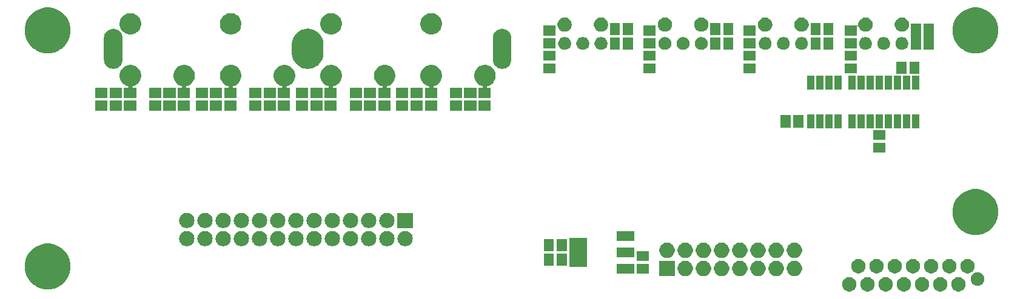
<source format=gbr>
G04 #@! TF.GenerationSoftware,KiCad,Pcbnew,(5.1.2-1)-1*
G04 #@! TF.CreationDate,2019-07-24T21:32:52+02:00*
G04 #@! TF.ProjectId,AddOnB,4164644f-6e42-42e6-9b69-6361645f7063,rev?*
G04 #@! TF.SameCoordinates,Original*
G04 #@! TF.FileFunction,Soldermask,Bot*
G04 #@! TF.FilePolarity,Negative*
%FSLAX46Y46*%
G04 Gerber Fmt 4.6, Leading zero omitted, Abs format (unit mm)*
G04 Created by KiCad (PCBNEW (5.1.2-1)-1) date 2019-07-24 21:32:52*
%MOMM*%
%LPD*%
G04 APERTURE LIST*
%ADD10C,0.100000*%
G04 APERTURE END LIST*
D10*
G36*
X335672290Y49269381D02*
G01*
X335736689Y49256571D01*
X335918678Y49181189D01*
X336082463Y49071751D01*
X336221751Y48932463D01*
X336331189Y48768678D01*
X336335655Y48757895D01*
X336406571Y48586688D01*
X336437856Y48429410D01*
X336445000Y48393491D01*
X336445000Y48196509D01*
X336406571Y48003311D01*
X336331189Y47821322D01*
X336221751Y47657537D01*
X336082463Y47518249D01*
X335918678Y47408811D01*
X335736689Y47333429D01*
X335672290Y47320619D01*
X335543493Y47295000D01*
X335346507Y47295000D01*
X335217710Y47320619D01*
X335153311Y47333429D01*
X334971322Y47408811D01*
X334807537Y47518249D01*
X334668249Y47657537D01*
X334558811Y47821322D01*
X334483429Y48003311D01*
X334445000Y48196509D01*
X334445000Y48393491D01*
X334452145Y48429410D01*
X334483429Y48586688D01*
X334554345Y48757895D01*
X334558811Y48768678D01*
X334668249Y48932463D01*
X334807537Y49071751D01*
X334971322Y49181189D01*
X335153311Y49256571D01*
X335217710Y49269381D01*
X335346507Y49295000D01*
X335543493Y49295000D01*
X335672290Y49269381D01*
X335672290Y49269381D01*
G37*
G36*
X333132290Y49269381D02*
G01*
X333196689Y49256571D01*
X333378678Y49181189D01*
X333542463Y49071751D01*
X333681751Y48932463D01*
X333791189Y48768678D01*
X333795655Y48757895D01*
X333866571Y48586688D01*
X333897856Y48429410D01*
X333905000Y48393491D01*
X333905000Y48196509D01*
X333866571Y48003311D01*
X333791189Y47821322D01*
X333681751Y47657537D01*
X333542463Y47518249D01*
X333378678Y47408811D01*
X333196689Y47333429D01*
X333132290Y47320619D01*
X333003493Y47295000D01*
X332806507Y47295000D01*
X332677710Y47320619D01*
X332613311Y47333429D01*
X332431322Y47408811D01*
X332267537Y47518249D01*
X332128249Y47657537D01*
X332018811Y47821322D01*
X331943429Y48003311D01*
X331905000Y48196509D01*
X331905000Y48393491D01*
X331912145Y48429410D01*
X331943429Y48586688D01*
X332014345Y48757895D01*
X332018811Y48768678D01*
X332128249Y48932463D01*
X332267537Y49071751D01*
X332431322Y49181189D01*
X332613311Y49256571D01*
X332677710Y49269381D01*
X332806507Y49295000D01*
X333003493Y49295000D01*
X333132290Y49269381D01*
X333132290Y49269381D01*
G37*
G36*
X330592290Y49269381D02*
G01*
X330656689Y49256571D01*
X330838678Y49181189D01*
X331002463Y49071751D01*
X331141751Y48932463D01*
X331251189Y48768678D01*
X331255655Y48757895D01*
X331326571Y48586688D01*
X331357856Y48429410D01*
X331365000Y48393491D01*
X331365000Y48196509D01*
X331326571Y48003311D01*
X331251189Y47821322D01*
X331141751Y47657537D01*
X331002463Y47518249D01*
X330838678Y47408811D01*
X330656689Y47333429D01*
X330592290Y47320619D01*
X330463493Y47295000D01*
X330266507Y47295000D01*
X330137710Y47320619D01*
X330073311Y47333429D01*
X329891322Y47408811D01*
X329727537Y47518249D01*
X329588249Y47657537D01*
X329478811Y47821322D01*
X329403429Y48003311D01*
X329365000Y48196509D01*
X329365000Y48393491D01*
X329372145Y48429410D01*
X329403429Y48586688D01*
X329474345Y48757895D01*
X329478811Y48768678D01*
X329588249Y48932463D01*
X329727537Y49071751D01*
X329891322Y49181189D01*
X330073311Y49256571D01*
X330137710Y49269381D01*
X330266507Y49295000D01*
X330463493Y49295000D01*
X330592290Y49269381D01*
X330592290Y49269381D01*
G37*
G36*
X328052290Y49269381D02*
G01*
X328116689Y49256571D01*
X328298678Y49181189D01*
X328462463Y49071751D01*
X328601751Y48932463D01*
X328711189Y48768678D01*
X328715655Y48757895D01*
X328786571Y48586688D01*
X328817856Y48429410D01*
X328825000Y48393491D01*
X328825000Y48196509D01*
X328786571Y48003311D01*
X328711189Y47821322D01*
X328601751Y47657537D01*
X328462463Y47518249D01*
X328298678Y47408811D01*
X328116689Y47333429D01*
X328052290Y47320619D01*
X327923493Y47295000D01*
X327726507Y47295000D01*
X327597710Y47320619D01*
X327533311Y47333429D01*
X327351322Y47408811D01*
X327187537Y47518249D01*
X327048249Y47657537D01*
X326938811Y47821322D01*
X326863429Y48003311D01*
X326825000Y48196509D01*
X326825000Y48393491D01*
X326832145Y48429410D01*
X326863429Y48586688D01*
X326934345Y48757895D01*
X326938811Y48768678D01*
X327048249Y48932463D01*
X327187537Y49071751D01*
X327351322Y49181189D01*
X327533311Y49256571D01*
X327597710Y49269381D01*
X327726507Y49295000D01*
X327923493Y49295000D01*
X328052290Y49269381D01*
X328052290Y49269381D01*
G37*
G36*
X325512290Y49269381D02*
G01*
X325576689Y49256571D01*
X325758678Y49181189D01*
X325922463Y49071751D01*
X326061751Y48932463D01*
X326171189Y48768678D01*
X326175655Y48757895D01*
X326246571Y48586688D01*
X326277856Y48429410D01*
X326285000Y48393491D01*
X326285000Y48196509D01*
X326246571Y48003311D01*
X326171189Y47821322D01*
X326061751Y47657537D01*
X325922463Y47518249D01*
X325758678Y47408811D01*
X325576689Y47333429D01*
X325512290Y47320619D01*
X325383493Y47295000D01*
X325186507Y47295000D01*
X325057710Y47320619D01*
X324993311Y47333429D01*
X324811322Y47408811D01*
X324647537Y47518249D01*
X324508249Y47657537D01*
X324398811Y47821322D01*
X324323429Y48003311D01*
X324285000Y48196509D01*
X324285000Y48393491D01*
X324292145Y48429410D01*
X324323429Y48586688D01*
X324394345Y48757895D01*
X324398811Y48768678D01*
X324508249Y48932463D01*
X324647537Y49071751D01*
X324811322Y49181189D01*
X324993311Y49256571D01*
X325057710Y49269381D01*
X325186507Y49295000D01*
X325383493Y49295000D01*
X325512290Y49269381D01*
X325512290Y49269381D01*
G37*
G36*
X322972290Y49269381D02*
G01*
X323036689Y49256571D01*
X323218678Y49181189D01*
X323382463Y49071751D01*
X323521751Y48932463D01*
X323631189Y48768678D01*
X323635655Y48757895D01*
X323706571Y48586688D01*
X323737856Y48429410D01*
X323745000Y48393491D01*
X323745000Y48196509D01*
X323706571Y48003311D01*
X323631189Y47821322D01*
X323521751Y47657537D01*
X323382463Y47518249D01*
X323218678Y47408811D01*
X323036689Y47333429D01*
X322972290Y47320619D01*
X322843493Y47295000D01*
X322646507Y47295000D01*
X322517710Y47320619D01*
X322453311Y47333429D01*
X322271322Y47408811D01*
X322107537Y47518249D01*
X321968249Y47657537D01*
X321858811Y47821322D01*
X321783429Y48003311D01*
X321745000Y48196509D01*
X321745000Y48393491D01*
X321752145Y48429410D01*
X321783429Y48586688D01*
X321854345Y48757895D01*
X321858811Y48768678D01*
X321968249Y48932463D01*
X322107537Y49071751D01*
X322271322Y49181189D01*
X322453311Y49256571D01*
X322517710Y49269381D01*
X322646507Y49295000D01*
X322843493Y49295000D01*
X322972290Y49269381D01*
X322972290Y49269381D01*
G37*
G36*
X320432290Y49269381D02*
G01*
X320496689Y49256571D01*
X320678678Y49181189D01*
X320842463Y49071751D01*
X320981751Y48932463D01*
X321091189Y48768678D01*
X321095655Y48757895D01*
X321166571Y48586688D01*
X321197856Y48429410D01*
X321205000Y48393491D01*
X321205000Y48196509D01*
X321166571Y48003311D01*
X321091189Y47821322D01*
X320981751Y47657537D01*
X320842463Y47518249D01*
X320678678Y47408811D01*
X320496689Y47333429D01*
X320432290Y47320619D01*
X320303493Y47295000D01*
X320106507Y47295000D01*
X319977710Y47320619D01*
X319913311Y47333429D01*
X319731322Y47408811D01*
X319567537Y47518249D01*
X319428249Y47657537D01*
X319318811Y47821322D01*
X319243429Y48003311D01*
X319205000Y48196509D01*
X319205000Y48393491D01*
X319212145Y48429410D01*
X319243429Y48586688D01*
X319314345Y48757895D01*
X319318811Y48768678D01*
X319428249Y48932463D01*
X319567537Y49071751D01*
X319731322Y49181189D01*
X319913311Y49256571D01*
X319977710Y49269381D01*
X320106507Y49295000D01*
X320303493Y49295000D01*
X320432290Y49269381D01*
X320432290Y49269381D01*
G37*
G36*
X209213404Y53877026D02*
G01*
X209795767Y53635804D01*
X209795768Y53635803D01*
X210319881Y53285602D01*
X210765602Y52839881D01*
X210951812Y52561198D01*
X211115804Y52315767D01*
X211357026Y51733404D01*
X211480000Y51115174D01*
X211480000Y50484826D01*
X211357026Y49866596D01*
X211115804Y49284233D01*
X211115803Y49284232D01*
X210765602Y48760119D01*
X210319881Y48314398D01*
X209976563Y48085000D01*
X209795767Y47964196D01*
X209213404Y47722974D01*
X208595174Y47600000D01*
X207964826Y47600000D01*
X207346596Y47722974D01*
X206764233Y47964196D01*
X206583437Y48085000D01*
X206240119Y48314398D01*
X205794398Y48760119D01*
X205444197Y49284232D01*
X205444196Y49284233D01*
X205202974Y49866596D01*
X205080000Y50484826D01*
X205080000Y51115174D01*
X205202974Y51733404D01*
X205444196Y52315767D01*
X205608188Y52561198D01*
X205794398Y52839881D01*
X206240119Y53285602D01*
X206764232Y53635803D01*
X206764233Y53635804D01*
X207346596Y53877026D01*
X207964826Y54000000D01*
X208595174Y54000000D01*
X209213404Y53877026D01*
X209213404Y53877026D01*
G37*
G36*
X338300336Y49966746D02*
G01*
X338392105Y49948492D01*
X338564994Y49876879D01*
X338720590Y49772913D01*
X338852913Y49640590D01*
X338956879Y49484994D01*
X339028492Y49312105D01*
X339028492Y49312104D01*
X339065000Y49128568D01*
X339065000Y48941432D01*
X339046746Y48849664D01*
X339028492Y48757895D01*
X338956879Y48585006D01*
X338852913Y48429410D01*
X338720590Y48297087D01*
X338564994Y48193121D01*
X338392105Y48121508D01*
X338300336Y48103254D01*
X338208568Y48085000D01*
X338021432Y48085000D01*
X337929664Y48103254D01*
X337837895Y48121508D01*
X337665006Y48193121D01*
X337509410Y48297087D01*
X337377087Y48429410D01*
X337273121Y48585006D01*
X337201508Y48757895D01*
X337183254Y48849664D01*
X337165000Y48941432D01*
X337165000Y49128568D01*
X337201508Y49312104D01*
X337201508Y49312105D01*
X337273121Y49484994D01*
X337377087Y49640590D01*
X337509410Y49772913D01*
X337665006Y49876879D01*
X337837895Y49948492D01*
X337929664Y49966746D01*
X338021432Y49985000D01*
X338208568Y49985000D01*
X338300336Y49966746D01*
X338300336Y49966746D01*
G37*
G36*
X297610240Y51547727D02*
G01*
X297803802Y51467551D01*
X297978005Y51351152D01*
X298126152Y51203005D01*
X298242551Y51028802D01*
X298322727Y50835240D01*
X298363600Y50629757D01*
X298363600Y50420243D01*
X298322727Y50214760D01*
X298242551Y50021198D01*
X298126152Y49846995D01*
X297978005Y49698848D01*
X297803802Y49582449D01*
X297610240Y49502273D01*
X297404757Y49461400D01*
X297195243Y49461400D01*
X296989760Y49502273D01*
X296796198Y49582449D01*
X296621995Y49698848D01*
X296473848Y49846995D01*
X296357449Y50021198D01*
X296277273Y50214760D01*
X296236400Y50420243D01*
X296236400Y50629757D01*
X296277273Y50835240D01*
X296357449Y51028802D01*
X296473848Y51203005D01*
X296621995Y51351152D01*
X296796198Y51467551D01*
X296989760Y51547727D01*
X297195243Y51588600D01*
X297404757Y51588600D01*
X297610240Y51547727D01*
X297610240Y51547727D01*
G37*
G36*
X312850240Y51547727D02*
G01*
X313043802Y51467551D01*
X313218005Y51351152D01*
X313366152Y51203005D01*
X313482551Y51028802D01*
X313562727Y50835240D01*
X313603600Y50629757D01*
X313603600Y50420243D01*
X313562727Y50214760D01*
X313482551Y50021198D01*
X313366152Y49846995D01*
X313218005Y49698848D01*
X313043802Y49582449D01*
X312850240Y49502273D01*
X312644757Y49461400D01*
X312435243Y49461400D01*
X312229760Y49502273D01*
X312036198Y49582449D01*
X311861995Y49698848D01*
X311713848Y49846995D01*
X311597449Y50021198D01*
X311517273Y50214760D01*
X311476400Y50420243D01*
X311476400Y50629757D01*
X311517273Y50835240D01*
X311597449Y51028802D01*
X311713848Y51203005D01*
X311861995Y51351152D01*
X312036198Y51467551D01*
X312229760Y51547727D01*
X312435243Y51588600D01*
X312644757Y51588600D01*
X312850240Y51547727D01*
X312850240Y51547727D01*
G37*
G36*
X310310240Y51547727D02*
G01*
X310503802Y51467551D01*
X310678005Y51351152D01*
X310826152Y51203005D01*
X310942551Y51028802D01*
X311022727Y50835240D01*
X311063600Y50629757D01*
X311063600Y50420243D01*
X311022727Y50214760D01*
X310942551Y50021198D01*
X310826152Y49846995D01*
X310678005Y49698848D01*
X310503802Y49582449D01*
X310310240Y49502273D01*
X310104757Y49461400D01*
X309895243Y49461400D01*
X309689760Y49502273D01*
X309496198Y49582449D01*
X309321995Y49698848D01*
X309173848Y49846995D01*
X309057449Y50021198D01*
X308977273Y50214760D01*
X308936400Y50420243D01*
X308936400Y50629757D01*
X308977273Y50835240D01*
X309057449Y51028802D01*
X309173848Y51203005D01*
X309321995Y51351152D01*
X309496198Y51467551D01*
X309689760Y51547727D01*
X309895243Y51588600D01*
X310104757Y51588600D01*
X310310240Y51547727D01*
X310310240Y51547727D01*
G37*
G36*
X307770240Y51547727D02*
G01*
X307963802Y51467551D01*
X308138005Y51351152D01*
X308286152Y51203005D01*
X308402551Y51028802D01*
X308482727Y50835240D01*
X308523600Y50629757D01*
X308523600Y50420243D01*
X308482727Y50214760D01*
X308402551Y50021198D01*
X308286152Y49846995D01*
X308138005Y49698848D01*
X307963802Y49582449D01*
X307770240Y49502273D01*
X307564757Y49461400D01*
X307355243Y49461400D01*
X307149760Y49502273D01*
X306956198Y49582449D01*
X306781995Y49698848D01*
X306633848Y49846995D01*
X306517449Y50021198D01*
X306437273Y50214760D01*
X306396400Y50420243D01*
X306396400Y50629757D01*
X306437273Y50835240D01*
X306517449Y51028802D01*
X306633848Y51203005D01*
X306781995Y51351152D01*
X306956198Y51467551D01*
X307149760Y51547727D01*
X307355243Y51588600D01*
X307564757Y51588600D01*
X307770240Y51547727D01*
X307770240Y51547727D01*
G37*
G36*
X305230240Y51547727D02*
G01*
X305423802Y51467551D01*
X305598005Y51351152D01*
X305746152Y51203005D01*
X305862551Y51028802D01*
X305942727Y50835240D01*
X305983600Y50629757D01*
X305983600Y50420243D01*
X305942727Y50214760D01*
X305862551Y50021198D01*
X305746152Y49846995D01*
X305598005Y49698848D01*
X305423802Y49582449D01*
X305230240Y49502273D01*
X305024757Y49461400D01*
X304815243Y49461400D01*
X304609760Y49502273D01*
X304416198Y49582449D01*
X304241995Y49698848D01*
X304093848Y49846995D01*
X303977449Y50021198D01*
X303897273Y50214760D01*
X303856400Y50420243D01*
X303856400Y50629757D01*
X303897273Y50835240D01*
X303977449Y51028802D01*
X304093848Y51203005D01*
X304241995Y51351152D01*
X304416198Y51467551D01*
X304609760Y51547727D01*
X304815243Y51588600D01*
X305024757Y51588600D01*
X305230240Y51547727D01*
X305230240Y51547727D01*
G37*
G36*
X302690240Y51547727D02*
G01*
X302883802Y51467551D01*
X303058005Y51351152D01*
X303206152Y51203005D01*
X303322551Y51028802D01*
X303402727Y50835240D01*
X303443600Y50629757D01*
X303443600Y50420243D01*
X303402727Y50214760D01*
X303322551Y50021198D01*
X303206152Y49846995D01*
X303058005Y49698848D01*
X302883802Y49582449D01*
X302690240Y49502273D01*
X302484757Y49461400D01*
X302275243Y49461400D01*
X302069760Y49502273D01*
X301876198Y49582449D01*
X301701995Y49698848D01*
X301553848Y49846995D01*
X301437449Y50021198D01*
X301357273Y50214760D01*
X301316400Y50420243D01*
X301316400Y50629757D01*
X301357273Y50835240D01*
X301437449Y51028802D01*
X301553848Y51203005D01*
X301701995Y51351152D01*
X301876198Y51467551D01*
X302069760Y51547727D01*
X302275243Y51588600D01*
X302484757Y51588600D01*
X302690240Y51547727D01*
X302690240Y51547727D01*
G37*
G36*
X300150240Y51547727D02*
G01*
X300343802Y51467551D01*
X300518005Y51351152D01*
X300666152Y51203005D01*
X300782551Y51028802D01*
X300862727Y50835240D01*
X300903600Y50629757D01*
X300903600Y50420243D01*
X300862727Y50214760D01*
X300782551Y50021198D01*
X300666152Y49846995D01*
X300518005Y49698848D01*
X300343802Y49582449D01*
X300150240Y49502273D01*
X299944757Y49461400D01*
X299735243Y49461400D01*
X299529760Y49502273D01*
X299336198Y49582449D01*
X299161995Y49698848D01*
X299013848Y49846995D01*
X298897449Y50021198D01*
X298817273Y50214760D01*
X298776400Y50420243D01*
X298776400Y50629757D01*
X298817273Y50835240D01*
X298897449Y51028802D01*
X299013848Y51203005D01*
X299161995Y51351152D01*
X299336198Y51467551D01*
X299529760Y51547727D01*
X299735243Y51588600D01*
X299944757Y51588600D01*
X300150240Y51547727D01*
X300150240Y51547727D01*
G37*
G36*
X295823600Y49461400D02*
G01*
X293696400Y49461400D01*
X293696400Y51588600D01*
X295823600Y51588600D01*
X295823600Y49461400D01*
X295823600Y49461400D01*
G37*
G36*
X292210000Y49765000D02*
G01*
X290510000Y49765000D01*
X290510000Y51165000D01*
X292210000Y51165000D01*
X292210000Y49765000D01*
X292210000Y49765000D01*
G37*
G36*
X290178000Y49771000D02*
G01*
X287746000Y49771000D01*
X287746000Y51187000D01*
X290178000Y51187000D01*
X290178000Y49771000D01*
X290178000Y49771000D01*
G37*
G36*
X324242290Y51809381D02*
G01*
X324306689Y51796571D01*
X324488678Y51721189D01*
X324652463Y51611751D01*
X324791751Y51472463D01*
X324901189Y51308678D01*
X324951589Y51187000D01*
X324976571Y51126688D01*
X324996042Y51028803D01*
X325015000Y50933491D01*
X325015000Y50736509D01*
X324976571Y50543311D01*
X324901189Y50361322D01*
X324791751Y50197537D01*
X324652463Y50058249D01*
X324488678Y49948811D01*
X324306689Y49873429D01*
X324242290Y49860619D01*
X324113493Y49835000D01*
X323916507Y49835000D01*
X323787710Y49860619D01*
X323723311Y49873429D01*
X323541322Y49948811D01*
X323377537Y50058249D01*
X323238249Y50197537D01*
X323128811Y50361322D01*
X323053429Y50543311D01*
X323015000Y50736509D01*
X323015000Y50933491D01*
X323033959Y51028803D01*
X323053429Y51126688D01*
X323078411Y51187000D01*
X323128811Y51308678D01*
X323238249Y51472463D01*
X323377537Y51611751D01*
X323541322Y51721189D01*
X323723311Y51796571D01*
X323787710Y51809381D01*
X323916507Y51835000D01*
X324113493Y51835000D01*
X324242290Y51809381D01*
X324242290Y51809381D01*
G37*
G36*
X321702290Y51809381D02*
G01*
X321766689Y51796571D01*
X321948678Y51721189D01*
X322112463Y51611751D01*
X322251751Y51472463D01*
X322361189Y51308678D01*
X322411589Y51187000D01*
X322436571Y51126688D01*
X322456042Y51028803D01*
X322475000Y50933491D01*
X322475000Y50736509D01*
X322436571Y50543311D01*
X322361189Y50361322D01*
X322251751Y50197537D01*
X322112463Y50058249D01*
X321948678Y49948811D01*
X321766689Y49873429D01*
X321702290Y49860619D01*
X321573493Y49835000D01*
X321376507Y49835000D01*
X321247710Y49860619D01*
X321183311Y49873429D01*
X321001322Y49948811D01*
X320837537Y50058249D01*
X320698249Y50197537D01*
X320588811Y50361322D01*
X320513429Y50543311D01*
X320475000Y50736509D01*
X320475000Y50933491D01*
X320493959Y51028803D01*
X320513429Y51126688D01*
X320538411Y51187000D01*
X320588811Y51308678D01*
X320698249Y51472463D01*
X320837537Y51611751D01*
X321001322Y51721189D01*
X321183311Y51796571D01*
X321247710Y51809381D01*
X321376507Y51835000D01*
X321573493Y51835000D01*
X321702290Y51809381D01*
X321702290Y51809381D01*
G37*
G36*
X326782290Y51809381D02*
G01*
X326846689Y51796571D01*
X327028678Y51721189D01*
X327192463Y51611751D01*
X327331751Y51472463D01*
X327441189Y51308678D01*
X327491589Y51187000D01*
X327516571Y51126688D01*
X327536042Y51028803D01*
X327555000Y50933491D01*
X327555000Y50736509D01*
X327516571Y50543311D01*
X327441189Y50361322D01*
X327331751Y50197537D01*
X327192463Y50058249D01*
X327028678Y49948811D01*
X326846689Y49873429D01*
X326782290Y49860619D01*
X326653493Y49835000D01*
X326456507Y49835000D01*
X326327710Y49860619D01*
X326263311Y49873429D01*
X326081322Y49948811D01*
X325917537Y50058249D01*
X325778249Y50197537D01*
X325668811Y50361322D01*
X325593429Y50543311D01*
X325555000Y50736509D01*
X325555000Y50933491D01*
X325573959Y51028803D01*
X325593429Y51126688D01*
X325618411Y51187000D01*
X325668811Y51308678D01*
X325778249Y51472463D01*
X325917537Y51611751D01*
X326081322Y51721189D01*
X326263311Y51796571D01*
X326327710Y51809381D01*
X326456507Y51835000D01*
X326653493Y51835000D01*
X326782290Y51809381D01*
X326782290Y51809381D01*
G37*
G36*
X329322290Y51809381D02*
G01*
X329386689Y51796571D01*
X329568678Y51721189D01*
X329732463Y51611751D01*
X329871751Y51472463D01*
X329981189Y51308678D01*
X330031589Y51187000D01*
X330056571Y51126688D01*
X330076042Y51028803D01*
X330095000Y50933491D01*
X330095000Y50736509D01*
X330056571Y50543311D01*
X329981189Y50361322D01*
X329871751Y50197537D01*
X329732463Y50058249D01*
X329568678Y49948811D01*
X329386689Y49873429D01*
X329322290Y49860619D01*
X329193493Y49835000D01*
X328996507Y49835000D01*
X328867710Y49860619D01*
X328803311Y49873429D01*
X328621322Y49948811D01*
X328457537Y50058249D01*
X328318249Y50197537D01*
X328208811Y50361322D01*
X328133429Y50543311D01*
X328095000Y50736509D01*
X328095000Y50933491D01*
X328113959Y51028803D01*
X328133429Y51126688D01*
X328158411Y51187000D01*
X328208811Y51308678D01*
X328318249Y51472463D01*
X328457537Y51611751D01*
X328621322Y51721189D01*
X328803311Y51796571D01*
X328867710Y51809381D01*
X328996507Y51835000D01*
X329193493Y51835000D01*
X329322290Y51809381D01*
X329322290Y51809381D01*
G37*
G36*
X331862290Y51809381D02*
G01*
X331926689Y51796571D01*
X332108678Y51721189D01*
X332272463Y51611751D01*
X332411751Y51472463D01*
X332521189Y51308678D01*
X332571589Y51187000D01*
X332596571Y51126688D01*
X332616042Y51028803D01*
X332635000Y50933491D01*
X332635000Y50736509D01*
X332596571Y50543311D01*
X332521189Y50361322D01*
X332411751Y50197537D01*
X332272463Y50058249D01*
X332108678Y49948811D01*
X331926689Y49873429D01*
X331862290Y49860619D01*
X331733493Y49835000D01*
X331536507Y49835000D01*
X331407710Y49860619D01*
X331343311Y49873429D01*
X331161322Y49948811D01*
X330997537Y50058249D01*
X330858249Y50197537D01*
X330748811Y50361322D01*
X330673429Y50543311D01*
X330635000Y50736509D01*
X330635000Y50933491D01*
X330653959Y51028803D01*
X330673429Y51126688D01*
X330698411Y51187000D01*
X330748811Y51308678D01*
X330858249Y51472463D01*
X330997537Y51611751D01*
X331161322Y51721189D01*
X331343311Y51796571D01*
X331407710Y51809381D01*
X331536507Y51835000D01*
X331733493Y51835000D01*
X331862290Y51809381D01*
X331862290Y51809381D01*
G37*
G36*
X334402290Y51809381D02*
G01*
X334466689Y51796571D01*
X334648678Y51721189D01*
X334812463Y51611751D01*
X334951751Y51472463D01*
X335061189Y51308678D01*
X335111589Y51187000D01*
X335136571Y51126688D01*
X335156042Y51028803D01*
X335175000Y50933491D01*
X335175000Y50736509D01*
X335136571Y50543311D01*
X335061189Y50361322D01*
X334951751Y50197537D01*
X334812463Y50058249D01*
X334648678Y49948811D01*
X334466689Y49873429D01*
X334402290Y49860619D01*
X334273493Y49835000D01*
X334076507Y49835000D01*
X333947710Y49860619D01*
X333883311Y49873429D01*
X333701322Y49948811D01*
X333537537Y50058249D01*
X333398249Y50197537D01*
X333288811Y50361322D01*
X333213429Y50543311D01*
X333175000Y50736509D01*
X333175000Y50933491D01*
X333193959Y51028803D01*
X333213429Y51126688D01*
X333238411Y51187000D01*
X333288811Y51308678D01*
X333398249Y51472463D01*
X333537537Y51611751D01*
X333701322Y51721189D01*
X333883311Y51796571D01*
X333947710Y51809381D01*
X334076507Y51835000D01*
X334273493Y51835000D01*
X334402290Y51809381D01*
X334402290Y51809381D01*
G37*
G36*
X336942290Y51809381D02*
G01*
X337006689Y51796571D01*
X337188678Y51721189D01*
X337352463Y51611751D01*
X337491751Y51472463D01*
X337601189Y51308678D01*
X337651589Y51187000D01*
X337676571Y51126688D01*
X337696042Y51028803D01*
X337715000Y50933491D01*
X337715000Y50736509D01*
X337676571Y50543311D01*
X337601189Y50361322D01*
X337491751Y50197537D01*
X337352463Y50058249D01*
X337188678Y49948811D01*
X337006689Y49873429D01*
X336942290Y49860619D01*
X336813493Y49835000D01*
X336616507Y49835000D01*
X336487710Y49860619D01*
X336423311Y49873429D01*
X336241322Y49948811D01*
X336077537Y50058249D01*
X335938249Y50197537D01*
X335828811Y50361322D01*
X335753429Y50543311D01*
X335715000Y50736509D01*
X335715000Y50933491D01*
X335733959Y51028803D01*
X335753429Y51126688D01*
X335778411Y51187000D01*
X335828811Y51308678D01*
X335938249Y51472463D01*
X336077537Y51611751D01*
X336241322Y51721189D01*
X336423311Y51796571D01*
X336487710Y51809381D01*
X336616507Y51835000D01*
X336813493Y51835000D01*
X336942290Y51809381D01*
X336942290Y51809381D01*
G37*
G36*
X283574000Y50736200D02*
G01*
X281142000Y50736200D01*
X281142000Y54793800D01*
X283574000Y54793800D01*
X283574000Y50736200D01*
X283574000Y50736200D01*
G37*
G36*
X278960000Y50915000D02*
G01*
X277560000Y50915000D01*
X277560000Y52615000D01*
X278960000Y52615000D01*
X278960000Y50915000D01*
X278960000Y50915000D01*
G37*
G36*
X280760000Y50915000D02*
G01*
X279360000Y50915000D01*
X279360000Y52615000D01*
X280760000Y52615000D01*
X280760000Y50915000D01*
X280760000Y50915000D01*
G37*
G36*
X292210000Y51565000D02*
G01*
X290510000Y51565000D01*
X290510000Y52965000D01*
X292210000Y52965000D01*
X292210000Y51565000D01*
X292210000Y51565000D01*
G37*
G36*
X310310240Y54087727D02*
G01*
X310503802Y54007551D01*
X310678005Y53891152D01*
X310826152Y53743005D01*
X310942551Y53568802D01*
X311022727Y53375240D01*
X311063600Y53169757D01*
X311063600Y52960243D01*
X311022727Y52754760D01*
X310942551Y52561198D01*
X310826152Y52386995D01*
X310678005Y52238848D01*
X310503802Y52122449D01*
X310310240Y52042273D01*
X310104757Y52001400D01*
X309895243Y52001400D01*
X309689760Y52042273D01*
X309496198Y52122449D01*
X309321995Y52238848D01*
X309173848Y52386995D01*
X309057449Y52561198D01*
X308977273Y52754760D01*
X308936400Y52960243D01*
X308936400Y53169757D01*
X308977273Y53375240D01*
X309057449Y53568802D01*
X309173848Y53743005D01*
X309321995Y53891152D01*
X309496198Y54007551D01*
X309689760Y54087727D01*
X309895243Y54128600D01*
X310104757Y54128600D01*
X310310240Y54087727D01*
X310310240Y54087727D01*
G37*
G36*
X312850240Y54087727D02*
G01*
X313043802Y54007551D01*
X313218005Y53891152D01*
X313366152Y53743005D01*
X313482551Y53568802D01*
X313562727Y53375240D01*
X313603600Y53169757D01*
X313603600Y52960243D01*
X313562727Y52754760D01*
X313482551Y52561198D01*
X313366152Y52386995D01*
X313218005Y52238848D01*
X313043802Y52122449D01*
X312850240Y52042273D01*
X312644757Y52001400D01*
X312435243Y52001400D01*
X312229760Y52042273D01*
X312036198Y52122449D01*
X311861995Y52238848D01*
X311713848Y52386995D01*
X311597449Y52561198D01*
X311517273Y52754760D01*
X311476400Y52960243D01*
X311476400Y53169757D01*
X311517273Y53375240D01*
X311597449Y53568802D01*
X311713848Y53743005D01*
X311861995Y53891152D01*
X312036198Y54007551D01*
X312229760Y54087727D01*
X312435243Y54128600D01*
X312644757Y54128600D01*
X312850240Y54087727D01*
X312850240Y54087727D01*
G37*
G36*
X307770240Y54087727D02*
G01*
X307963802Y54007551D01*
X308138005Y53891152D01*
X308286152Y53743005D01*
X308402551Y53568802D01*
X308482727Y53375240D01*
X308523600Y53169757D01*
X308523600Y52960243D01*
X308482727Y52754760D01*
X308402551Y52561198D01*
X308286152Y52386995D01*
X308138005Y52238848D01*
X307963802Y52122449D01*
X307770240Y52042273D01*
X307564757Y52001400D01*
X307355243Y52001400D01*
X307149760Y52042273D01*
X306956198Y52122449D01*
X306781995Y52238848D01*
X306633848Y52386995D01*
X306517449Y52561198D01*
X306437273Y52754760D01*
X306396400Y52960243D01*
X306396400Y53169757D01*
X306437273Y53375240D01*
X306517449Y53568802D01*
X306633848Y53743005D01*
X306781995Y53891152D01*
X306956198Y54007551D01*
X307149760Y54087727D01*
X307355243Y54128600D01*
X307564757Y54128600D01*
X307770240Y54087727D01*
X307770240Y54087727D01*
G37*
G36*
X305230240Y54087727D02*
G01*
X305423802Y54007551D01*
X305598005Y53891152D01*
X305746152Y53743005D01*
X305862551Y53568802D01*
X305942727Y53375240D01*
X305983600Y53169757D01*
X305983600Y52960243D01*
X305942727Y52754760D01*
X305862551Y52561198D01*
X305746152Y52386995D01*
X305598005Y52238848D01*
X305423802Y52122449D01*
X305230240Y52042273D01*
X305024757Y52001400D01*
X304815243Y52001400D01*
X304609760Y52042273D01*
X304416198Y52122449D01*
X304241995Y52238848D01*
X304093848Y52386995D01*
X303977449Y52561198D01*
X303897273Y52754760D01*
X303856400Y52960243D01*
X303856400Y53169757D01*
X303897273Y53375240D01*
X303977449Y53568802D01*
X304093848Y53743005D01*
X304241995Y53891152D01*
X304416198Y54007551D01*
X304609760Y54087727D01*
X304815243Y54128600D01*
X305024757Y54128600D01*
X305230240Y54087727D01*
X305230240Y54087727D01*
G37*
G36*
X302690240Y54087727D02*
G01*
X302883802Y54007551D01*
X303058005Y53891152D01*
X303206152Y53743005D01*
X303322551Y53568802D01*
X303402727Y53375240D01*
X303443600Y53169757D01*
X303443600Y52960243D01*
X303402727Y52754760D01*
X303322551Y52561198D01*
X303206152Y52386995D01*
X303058005Y52238848D01*
X302883802Y52122449D01*
X302690240Y52042273D01*
X302484757Y52001400D01*
X302275243Y52001400D01*
X302069760Y52042273D01*
X301876198Y52122449D01*
X301701995Y52238848D01*
X301553848Y52386995D01*
X301437449Y52561198D01*
X301357273Y52754760D01*
X301316400Y52960243D01*
X301316400Y53169757D01*
X301357273Y53375240D01*
X301437449Y53568802D01*
X301553848Y53743005D01*
X301701995Y53891152D01*
X301876198Y54007551D01*
X302069760Y54087727D01*
X302275243Y54128600D01*
X302484757Y54128600D01*
X302690240Y54087727D01*
X302690240Y54087727D01*
G37*
G36*
X295070240Y54087727D02*
G01*
X295263802Y54007551D01*
X295438005Y53891152D01*
X295586152Y53743005D01*
X295702551Y53568802D01*
X295782727Y53375240D01*
X295823600Y53169757D01*
X295823600Y52960243D01*
X295782727Y52754760D01*
X295702551Y52561198D01*
X295586152Y52386995D01*
X295438005Y52238848D01*
X295263802Y52122449D01*
X295070240Y52042273D01*
X294864757Y52001400D01*
X294655243Y52001400D01*
X294449760Y52042273D01*
X294256198Y52122449D01*
X294081995Y52238848D01*
X293933848Y52386995D01*
X293817449Y52561198D01*
X293737273Y52754760D01*
X293696400Y52960243D01*
X293696400Y53169757D01*
X293737273Y53375240D01*
X293817449Y53568802D01*
X293933848Y53743005D01*
X294081995Y53891152D01*
X294256198Y54007551D01*
X294449760Y54087727D01*
X294655243Y54128600D01*
X294864757Y54128600D01*
X295070240Y54087727D01*
X295070240Y54087727D01*
G37*
G36*
X300150240Y54087727D02*
G01*
X300343802Y54007551D01*
X300518005Y53891152D01*
X300666152Y53743005D01*
X300782551Y53568802D01*
X300862727Y53375240D01*
X300903600Y53169757D01*
X300903600Y52960243D01*
X300862727Y52754760D01*
X300782551Y52561198D01*
X300666152Y52386995D01*
X300518005Y52238848D01*
X300343802Y52122449D01*
X300150240Y52042273D01*
X299944757Y52001400D01*
X299735243Y52001400D01*
X299529760Y52042273D01*
X299336198Y52122449D01*
X299161995Y52238848D01*
X299013848Y52386995D01*
X298897449Y52561198D01*
X298817273Y52754760D01*
X298776400Y52960243D01*
X298776400Y53169757D01*
X298817273Y53375240D01*
X298897449Y53568802D01*
X299013848Y53743005D01*
X299161995Y53891152D01*
X299336198Y54007551D01*
X299529760Y54087727D01*
X299735243Y54128600D01*
X299944757Y54128600D01*
X300150240Y54087727D01*
X300150240Y54087727D01*
G37*
G36*
X297610240Y54087727D02*
G01*
X297803802Y54007551D01*
X297978005Y53891152D01*
X298126152Y53743005D01*
X298242551Y53568802D01*
X298322727Y53375240D01*
X298363600Y53169757D01*
X298363600Y52960243D01*
X298322727Y52754760D01*
X298242551Y52561198D01*
X298126152Y52386995D01*
X297978005Y52238848D01*
X297803802Y52122449D01*
X297610240Y52042273D01*
X297404757Y52001400D01*
X297195243Y52001400D01*
X296989760Y52042273D01*
X296796198Y52122449D01*
X296621995Y52238848D01*
X296473848Y52386995D01*
X296357449Y52561198D01*
X296277273Y52754760D01*
X296236400Y52960243D01*
X296236400Y53169757D01*
X296277273Y53375240D01*
X296357449Y53568802D01*
X296473848Y53743005D01*
X296621995Y53891152D01*
X296796198Y54007551D01*
X296989760Y54087727D01*
X297195243Y54128600D01*
X297404757Y54128600D01*
X297610240Y54087727D01*
X297610240Y54087727D01*
G37*
G36*
X290178000Y52057000D02*
G01*
X287746000Y52057000D01*
X287746000Y53473000D01*
X290178000Y53473000D01*
X290178000Y52057000D01*
X290178000Y52057000D01*
G37*
G36*
X278960000Y52915000D02*
G01*
X277560000Y52915000D01*
X277560000Y54615000D01*
X278960000Y54615000D01*
X278960000Y52915000D01*
X278960000Y52915000D01*
G37*
G36*
X280760000Y52915000D02*
G01*
X279360000Y52915000D01*
X279360000Y54615000D01*
X280760000Y54615000D01*
X280760000Y52915000D01*
X280760000Y52915000D01*
G37*
G36*
X245698500Y55758211D02*
G01*
X245898994Y55697392D01*
X246083759Y55598633D01*
X246083762Y55598631D01*
X246083763Y55598630D01*
X246245718Y55465718D01*
X246378630Y55303763D01*
X246378633Y55303759D01*
X246477392Y55118994D01*
X246538211Y54918500D01*
X246558746Y54710000D01*
X246538211Y54501500D01*
X246477392Y54301006D01*
X246378633Y54116241D01*
X246378631Y54116238D01*
X246378630Y54116237D01*
X246245718Y53954282D01*
X246083763Y53821370D01*
X246083759Y53821367D01*
X245898994Y53722608D01*
X245698500Y53661789D01*
X245542251Y53646400D01*
X245437749Y53646400D01*
X245281500Y53661789D01*
X245081006Y53722608D01*
X244896241Y53821367D01*
X244896237Y53821370D01*
X244734282Y53954282D01*
X244601370Y54116237D01*
X244601369Y54116238D01*
X244601367Y54116241D01*
X244502608Y54301006D01*
X244441789Y54501500D01*
X244421254Y54710000D01*
X244441789Y54918500D01*
X244502608Y55118994D01*
X244601367Y55303759D01*
X244601370Y55303763D01*
X244734282Y55465718D01*
X244896237Y55598630D01*
X244896238Y55598631D01*
X244896241Y55598633D01*
X245081006Y55697392D01*
X245281500Y55758211D01*
X245437749Y55773600D01*
X245542251Y55773600D01*
X245698500Y55758211D01*
X245698500Y55758211D01*
G37*
G36*
X248238500Y55758211D02*
G01*
X248438994Y55697392D01*
X248623759Y55598633D01*
X248623762Y55598631D01*
X248623763Y55598630D01*
X248785718Y55465718D01*
X248918630Y55303763D01*
X248918633Y55303759D01*
X249017392Y55118994D01*
X249078211Y54918500D01*
X249098746Y54710000D01*
X249078211Y54501500D01*
X249017392Y54301006D01*
X248918633Y54116241D01*
X248918631Y54116238D01*
X248918630Y54116237D01*
X248785718Y53954282D01*
X248623763Y53821370D01*
X248623759Y53821367D01*
X248438994Y53722608D01*
X248238500Y53661789D01*
X248082251Y53646400D01*
X247977749Y53646400D01*
X247821500Y53661789D01*
X247621006Y53722608D01*
X247436241Y53821367D01*
X247436237Y53821370D01*
X247274282Y53954282D01*
X247141370Y54116237D01*
X247141369Y54116238D01*
X247141367Y54116241D01*
X247042608Y54301006D01*
X246981789Y54501500D01*
X246961254Y54710000D01*
X246981789Y54918500D01*
X247042608Y55118994D01*
X247141367Y55303759D01*
X247141370Y55303763D01*
X247274282Y55465718D01*
X247436237Y55598630D01*
X247436238Y55598631D01*
X247436241Y55598633D01*
X247621006Y55697392D01*
X247821500Y55758211D01*
X247977749Y55773600D01*
X248082251Y55773600D01*
X248238500Y55758211D01*
X248238500Y55758211D01*
G37*
G36*
X250778500Y55758211D02*
G01*
X250978994Y55697392D01*
X251163759Y55598633D01*
X251163762Y55598631D01*
X251163763Y55598630D01*
X251325718Y55465718D01*
X251458630Y55303763D01*
X251458633Y55303759D01*
X251557392Y55118994D01*
X251618211Y54918500D01*
X251638746Y54710000D01*
X251618211Y54501500D01*
X251557392Y54301006D01*
X251458633Y54116241D01*
X251458631Y54116238D01*
X251458630Y54116237D01*
X251325718Y53954282D01*
X251163763Y53821370D01*
X251163759Y53821367D01*
X250978994Y53722608D01*
X250778500Y53661789D01*
X250622251Y53646400D01*
X250517749Y53646400D01*
X250361500Y53661789D01*
X250161006Y53722608D01*
X249976241Y53821367D01*
X249976237Y53821370D01*
X249814282Y53954282D01*
X249681370Y54116237D01*
X249681369Y54116238D01*
X249681367Y54116241D01*
X249582608Y54301006D01*
X249521789Y54501500D01*
X249501254Y54710000D01*
X249521789Y54918500D01*
X249582608Y55118994D01*
X249681367Y55303759D01*
X249681370Y55303763D01*
X249814282Y55465718D01*
X249976237Y55598630D01*
X249976238Y55598631D01*
X249976241Y55598633D01*
X250161006Y55697392D01*
X250361500Y55758211D01*
X250517749Y55773600D01*
X250622251Y55773600D01*
X250778500Y55758211D01*
X250778500Y55758211D01*
G37*
G36*
X232998500Y55758211D02*
G01*
X233198994Y55697392D01*
X233383759Y55598633D01*
X233383762Y55598631D01*
X233383763Y55598630D01*
X233545718Y55465718D01*
X233678630Y55303763D01*
X233678633Y55303759D01*
X233777392Y55118994D01*
X233838211Y54918500D01*
X233858746Y54710000D01*
X233838211Y54501500D01*
X233777392Y54301006D01*
X233678633Y54116241D01*
X233678631Y54116238D01*
X233678630Y54116237D01*
X233545718Y53954282D01*
X233383763Y53821370D01*
X233383759Y53821367D01*
X233198994Y53722608D01*
X232998500Y53661789D01*
X232842251Y53646400D01*
X232737749Y53646400D01*
X232581500Y53661789D01*
X232381006Y53722608D01*
X232196241Y53821367D01*
X232196237Y53821370D01*
X232034282Y53954282D01*
X231901370Y54116237D01*
X231901369Y54116238D01*
X231901367Y54116241D01*
X231802608Y54301006D01*
X231741789Y54501500D01*
X231721254Y54710000D01*
X231741789Y54918500D01*
X231802608Y55118994D01*
X231901367Y55303759D01*
X231901370Y55303763D01*
X232034282Y55465718D01*
X232196237Y55598630D01*
X232196238Y55598631D01*
X232196241Y55598633D01*
X232381006Y55697392D01*
X232581500Y55758211D01*
X232737749Y55773600D01*
X232842251Y55773600D01*
X232998500Y55758211D01*
X232998500Y55758211D01*
G37*
G36*
X235538500Y55758211D02*
G01*
X235738994Y55697392D01*
X235923759Y55598633D01*
X235923762Y55598631D01*
X235923763Y55598630D01*
X236085718Y55465718D01*
X236218630Y55303763D01*
X236218633Y55303759D01*
X236317392Y55118994D01*
X236378211Y54918500D01*
X236398746Y54710000D01*
X236378211Y54501500D01*
X236317392Y54301006D01*
X236218633Y54116241D01*
X236218631Y54116238D01*
X236218630Y54116237D01*
X236085718Y53954282D01*
X235923763Y53821370D01*
X235923759Y53821367D01*
X235738994Y53722608D01*
X235538500Y53661789D01*
X235382251Y53646400D01*
X235277749Y53646400D01*
X235121500Y53661789D01*
X234921006Y53722608D01*
X234736241Y53821367D01*
X234736237Y53821370D01*
X234574282Y53954282D01*
X234441370Y54116237D01*
X234441369Y54116238D01*
X234441367Y54116241D01*
X234342608Y54301006D01*
X234281789Y54501500D01*
X234261254Y54710000D01*
X234281789Y54918500D01*
X234342608Y55118994D01*
X234441367Y55303759D01*
X234441370Y55303763D01*
X234574282Y55465718D01*
X234736237Y55598630D01*
X234736238Y55598631D01*
X234736241Y55598633D01*
X234921006Y55697392D01*
X235121500Y55758211D01*
X235277749Y55773600D01*
X235382251Y55773600D01*
X235538500Y55758211D01*
X235538500Y55758211D01*
G37*
G36*
X230458500Y55758211D02*
G01*
X230658994Y55697392D01*
X230843759Y55598633D01*
X230843762Y55598631D01*
X230843763Y55598630D01*
X231005718Y55465718D01*
X231138630Y55303763D01*
X231138633Y55303759D01*
X231237392Y55118994D01*
X231298211Y54918500D01*
X231318746Y54710000D01*
X231298211Y54501500D01*
X231237392Y54301006D01*
X231138633Y54116241D01*
X231138631Y54116238D01*
X231138630Y54116237D01*
X231005718Y53954282D01*
X230843763Y53821370D01*
X230843759Y53821367D01*
X230658994Y53722608D01*
X230458500Y53661789D01*
X230302251Y53646400D01*
X230197749Y53646400D01*
X230041500Y53661789D01*
X229841006Y53722608D01*
X229656241Y53821367D01*
X229656237Y53821370D01*
X229494282Y53954282D01*
X229361370Y54116237D01*
X229361369Y54116238D01*
X229361367Y54116241D01*
X229262608Y54301006D01*
X229201789Y54501500D01*
X229181254Y54710000D01*
X229201789Y54918500D01*
X229262608Y55118994D01*
X229361367Y55303759D01*
X229361370Y55303763D01*
X229494282Y55465718D01*
X229656237Y55598630D01*
X229656238Y55598631D01*
X229656241Y55598633D01*
X229841006Y55697392D01*
X230041500Y55758211D01*
X230197749Y55773600D01*
X230302251Y55773600D01*
X230458500Y55758211D01*
X230458500Y55758211D01*
G37*
G36*
X227918500Y55758211D02*
G01*
X228118994Y55697392D01*
X228303759Y55598633D01*
X228303762Y55598631D01*
X228303763Y55598630D01*
X228465718Y55465718D01*
X228598630Y55303763D01*
X228598633Y55303759D01*
X228697392Y55118994D01*
X228758211Y54918500D01*
X228778746Y54710000D01*
X228758211Y54501500D01*
X228697392Y54301006D01*
X228598633Y54116241D01*
X228598631Y54116238D01*
X228598630Y54116237D01*
X228465718Y53954282D01*
X228303763Y53821370D01*
X228303759Y53821367D01*
X228118994Y53722608D01*
X227918500Y53661789D01*
X227762251Y53646400D01*
X227657749Y53646400D01*
X227501500Y53661789D01*
X227301006Y53722608D01*
X227116241Y53821367D01*
X227116237Y53821370D01*
X226954282Y53954282D01*
X226821370Y54116237D01*
X226821369Y54116238D01*
X226821367Y54116241D01*
X226722608Y54301006D01*
X226661789Y54501500D01*
X226641254Y54710000D01*
X226661789Y54918500D01*
X226722608Y55118994D01*
X226821367Y55303759D01*
X226821370Y55303763D01*
X226954282Y55465718D01*
X227116237Y55598630D01*
X227116238Y55598631D01*
X227116241Y55598633D01*
X227301006Y55697392D01*
X227501500Y55758211D01*
X227657749Y55773600D01*
X227762251Y55773600D01*
X227918500Y55758211D01*
X227918500Y55758211D01*
G37*
G36*
X243158500Y55758211D02*
G01*
X243358994Y55697392D01*
X243543759Y55598633D01*
X243543762Y55598631D01*
X243543763Y55598630D01*
X243705718Y55465718D01*
X243838630Y55303763D01*
X243838633Y55303759D01*
X243937392Y55118994D01*
X243998211Y54918500D01*
X244018746Y54710000D01*
X243998211Y54501500D01*
X243937392Y54301006D01*
X243838633Y54116241D01*
X243838631Y54116238D01*
X243838630Y54116237D01*
X243705718Y53954282D01*
X243543763Y53821370D01*
X243543759Y53821367D01*
X243358994Y53722608D01*
X243158500Y53661789D01*
X243002251Y53646400D01*
X242897749Y53646400D01*
X242741500Y53661789D01*
X242541006Y53722608D01*
X242356241Y53821367D01*
X242356237Y53821370D01*
X242194282Y53954282D01*
X242061370Y54116237D01*
X242061369Y54116238D01*
X242061367Y54116241D01*
X241962608Y54301006D01*
X241901789Y54501500D01*
X241881254Y54710000D01*
X241901789Y54918500D01*
X241962608Y55118994D01*
X242061367Y55303759D01*
X242061370Y55303763D01*
X242194282Y55465718D01*
X242356237Y55598630D01*
X242356238Y55598631D01*
X242356241Y55598633D01*
X242541006Y55697392D01*
X242741500Y55758211D01*
X242897749Y55773600D01*
X243002251Y55773600D01*
X243158500Y55758211D01*
X243158500Y55758211D01*
G37*
G36*
X238078500Y55758211D02*
G01*
X238278994Y55697392D01*
X238463759Y55598633D01*
X238463762Y55598631D01*
X238463763Y55598630D01*
X238625718Y55465718D01*
X238758630Y55303763D01*
X238758633Y55303759D01*
X238857392Y55118994D01*
X238918211Y54918500D01*
X238938746Y54710000D01*
X238918211Y54501500D01*
X238857392Y54301006D01*
X238758633Y54116241D01*
X238758631Y54116238D01*
X238758630Y54116237D01*
X238625718Y53954282D01*
X238463763Y53821370D01*
X238463759Y53821367D01*
X238278994Y53722608D01*
X238078500Y53661789D01*
X237922251Y53646400D01*
X237817749Y53646400D01*
X237661500Y53661789D01*
X237461006Y53722608D01*
X237276241Y53821367D01*
X237276237Y53821370D01*
X237114282Y53954282D01*
X236981370Y54116237D01*
X236981369Y54116238D01*
X236981367Y54116241D01*
X236882608Y54301006D01*
X236821789Y54501500D01*
X236801254Y54710000D01*
X236821789Y54918500D01*
X236882608Y55118994D01*
X236981367Y55303759D01*
X236981370Y55303763D01*
X237114282Y55465718D01*
X237276237Y55598630D01*
X237276238Y55598631D01*
X237276241Y55598633D01*
X237461006Y55697392D01*
X237661500Y55758211D01*
X237817749Y55773600D01*
X237922251Y55773600D01*
X238078500Y55758211D01*
X238078500Y55758211D01*
G37*
G36*
X258398500Y55758211D02*
G01*
X258598994Y55697392D01*
X258783759Y55598633D01*
X258783762Y55598631D01*
X258783763Y55598630D01*
X258945718Y55465718D01*
X259078630Y55303763D01*
X259078633Y55303759D01*
X259177392Y55118994D01*
X259238211Y54918500D01*
X259258746Y54710000D01*
X259238211Y54501500D01*
X259177392Y54301006D01*
X259078633Y54116241D01*
X259078631Y54116238D01*
X259078630Y54116237D01*
X258945718Y53954282D01*
X258783763Y53821370D01*
X258783759Y53821367D01*
X258598994Y53722608D01*
X258398500Y53661789D01*
X258242251Y53646400D01*
X258137749Y53646400D01*
X257981500Y53661789D01*
X257781006Y53722608D01*
X257596241Y53821367D01*
X257596237Y53821370D01*
X257434282Y53954282D01*
X257301370Y54116237D01*
X257301369Y54116238D01*
X257301367Y54116241D01*
X257202608Y54301006D01*
X257141789Y54501500D01*
X257121254Y54710000D01*
X257141789Y54918500D01*
X257202608Y55118994D01*
X257301367Y55303759D01*
X257301370Y55303763D01*
X257434282Y55465718D01*
X257596237Y55598630D01*
X257596238Y55598631D01*
X257596241Y55598633D01*
X257781006Y55697392D01*
X257981500Y55758211D01*
X258137749Y55773600D01*
X258242251Y55773600D01*
X258398500Y55758211D01*
X258398500Y55758211D01*
G37*
G36*
X255858500Y55758211D02*
G01*
X256058994Y55697392D01*
X256243759Y55598633D01*
X256243762Y55598631D01*
X256243763Y55598630D01*
X256405718Y55465718D01*
X256538630Y55303763D01*
X256538633Y55303759D01*
X256637392Y55118994D01*
X256698211Y54918500D01*
X256718746Y54710000D01*
X256698211Y54501500D01*
X256637392Y54301006D01*
X256538633Y54116241D01*
X256538631Y54116238D01*
X256538630Y54116237D01*
X256405718Y53954282D01*
X256243763Y53821370D01*
X256243759Y53821367D01*
X256058994Y53722608D01*
X255858500Y53661789D01*
X255702251Y53646400D01*
X255597749Y53646400D01*
X255441500Y53661789D01*
X255241006Y53722608D01*
X255056241Y53821367D01*
X255056237Y53821370D01*
X254894282Y53954282D01*
X254761370Y54116237D01*
X254761369Y54116238D01*
X254761367Y54116241D01*
X254662608Y54301006D01*
X254601789Y54501500D01*
X254581254Y54710000D01*
X254601789Y54918500D01*
X254662608Y55118994D01*
X254761367Y55303759D01*
X254761370Y55303763D01*
X254894282Y55465718D01*
X255056237Y55598630D01*
X255056238Y55598631D01*
X255056241Y55598633D01*
X255241006Y55697392D01*
X255441500Y55758211D01*
X255597749Y55773600D01*
X255702251Y55773600D01*
X255858500Y55758211D01*
X255858500Y55758211D01*
G37*
G36*
X253318500Y55758211D02*
G01*
X253518994Y55697392D01*
X253703759Y55598633D01*
X253703762Y55598631D01*
X253703763Y55598630D01*
X253865718Y55465718D01*
X253998630Y55303763D01*
X253998633Y55303759D01*
X254097392Y55118994D01*
X254158211Y54918500D01*
X254178746Y54710000D01*
X254158211Y54501500D01*
X254097392Y54301006D01*
X253998633Y54116241D01*
X253998631Y54116238D01*
X253998630Y54116237D01*
X253865718Y53954282D01*
X253703763Y53821370D01*
X253703759Y53821367D01*
X253518994Y53722608D01*
X253318500Y53661789D01*
X253162251Y53646400D01*
X253057749Y53646400D01*
X252901500Y53661789D01*
X252701006Y53722608D01*
X252516241Y53821367D01*
X252516237Y53821370D01*
X252354282Y53954282D01*
X252221370Y54116237D01*
X252221369Y54116238D01*
X252221367Y54116241D01*
X252122608Y54301006D01*
X252061789Y54501500D01*
X252041254Y54710000D01*
X252061789Y54918500D01*
X252122608Y55118994D01*
X252221367Y55303759D01*
X252221370Y55303763D01*
X252354282Y55465718D01*
X252516237Y55598630D01*
X252516238Y55598631D01*
X252516241Y55598633D01*
X252701006Y55697392D01*
X252901500Y55758211D01*
X253057749Y55773600D01*
X253162251Y55773600D01*
X253318500Y55758211D01*
X253318500Y55758211D01*
G37*
G36*
X240618500Y55758211D02*
G01*
X240818994Y55697392D01*
X241003759Y55598633D01*
X241003762Y55598631D01*
X241003763Y55598630D01*
X241165718Y55465718D01*
X241298630Y55303763D01*
X241298633Y55303759D01*
X241397392Y55118994D01*
X241458211Y54918500D01*
X241478746Y54710000D01*
X241458211Y54501500D01*
X241397392Y54301006D01*
X241298633Y54116241D01*
X241298631Y54116238D01*
X241298630Y54116237D01*
X241165718Y53954282D01*
X241003763Y53821370D01*
X241003759Y53821367D01*
X240818994Y53722608D01*
X240618500Y53661789D01*
X240462251Y53646400D01*
X240357749Y53646400D01*
X240201500Y53661789D01*
X240001006Y53722608D01*
X239816241Y53821367D01*
X239816237Y53821370D01*
X239654282Y53954282D01*
X239521370Y54116237D01*
X239521369Y54116238D01*
X239521367Y54116241D01*
X239422608Y54301006D01*
X239361789Y54501500D01*
X239341254Y54710000D01*
X239361789Y54918500D01*
X239422608Y55118994D01*
X239521367Y55303759D01*
X239521370Y55303763D01*
X239654282Y55465718D01*
X239816237Y55598630D01*
X239816238Y55598631D01*
X239816241Y55598633D01*
X240001006Y55697392D01*
X240201500Y55758211D01*
X240357749Y55773600D01*
X240462251Y55773600D01*
X240618500Y55758211D01*
X240618500Y55758211D01*
G37*
G36*
X290178000Y54343000D02*
G01*
X287746000Y54343000D01*
X287746000Y55759000D01*
X290178000Y55759000D01*
X290178000Y54343000D01*
X290178000Y54343000D01*
G37*
G36*
X338753404Y61497026D02*
G01*
X339335767Y61255804D01*
X339335768Y61255803D01*
X339859881Y60905602D01*
X340305602Y60459881D01*
X340539599Y60109679D01*
X340655804Y59935767D01*
X340897026Y59353404D01*
X341020000Y58735174D01*
X341020000Y58104826D01*
X340897026Y57486596D01*
X340655804Y56904233D01*
X340655803Y56904232D01*
X340305602Y56380119D01*
X339859881Y55934398D01*
X339597379Y55759000D01*
X339335767Y55584196D01*
X338753404Y55342974D01*
X338135174Y55220000D01*
X337504826Y55220000D01*
X336886596Y55342974D01*
X336304233Y55584196D01*
X336042621Y55759000D01*
X335780119Y55934398D01*
X335334398Y56380119D01*
X334984197Y56904232D01*
X334984196Y56904233D01*
X334742974Y57486596D01*
X334620000Y58104826D01*
X334620000Y58735174D01*
X334742974Y59353404D01*
X334984196Y59935767D01*
X335100401Y60109679D01*
X335334398Y60459881D01*
X335780119Y60905602D01*
X336304232Y61255803D01*
X336304233Y61255804D01*
X336886596Y61497026D01*
X337504826Y61620000D01*
X338135174Y61620000D01*
X338753404Y61497026D01*
X338753404Y61497026D01*
G37*
G36*
X245698500Y58298211D02*
G01*
X245898994Y58237392D01*
X246083759Y58138633D01*
X246083762Y58138631D01*
X246083763Y58138630D01*
X246245718Y58005718D01*
X246378630Y57843763D01*
X246378633Y57843759D01*
X246477392Y57658994D01*
X246538211Y57458500D01*
X246558746Y57250000D01*
X246538211Y57041500D01*
X246477392Y56841006D01*
X246378633Y56656241D01*
X246378631Y56656238D01*
X246378630Y56656237D01*
X246245718Y56494282D01*
X246083763Y56361370D01*
X246083759Y56361367D01*
X245898994Y56262608D01*
X245698500Y56201789D01*
X245542251Y56186400D01*
X245437749Y56186400D01*
X245281500Y56201789D01*
X245081006Y56262608D01*
X244896241Y56361367D01*
X244896237Y56361370D01*
X244734282Y56494282D01*
X244601370Y56656237D01*
X244601369Y56656238D01*
X244601367Y56656241D01*
X244502608Y56841006D01*
X244441789Y57041500D01*
X244421254Y57250000D01*
X244441789Y57458500D01*
X244502608Y57658994D01*
X244601367Y57843759D01*
X244601370Y57843763D01*
X244734282Y58005718D01*
X244896237Y58138630D01*
X244896238Y58138631D01*
X244896241Y58138633D01*
X245081006Y58237392D01*
X245281500Y58298211D01*
X245437749Y58313600D01*
X245542251Y58313600D01*
X245698500Y58298211D01*
X245698500Y58298211D01*
G37*
G36*
X250778500Y58298211D02*
G01*
X250978994Y58237392D01*
X251163759Y58138633D01*
X251163762Y58138631D01*
X251163763Y58138630D01*
X251325718Y58005718D01*
X251458630Y57843763D01*
X251458633Y57843759D01*
X251557392Y57658994D01*
X251618211Y57458500D01*
X251638746Y57250000D01*
X251618211Y57041500D01*
X251557392Y56841006D01*
X251458633Y56656241D01*
X251458631Y56656238D01*
X251458630Y56656237D01*
X251325718Y56494282D01*
X251163763Y56361370D01*
X251163759Y56361367D01*
X250978994Y56262608D01*
X250778500Y56201789D01*
X250622251Y56186400D01*
X250517749Y56186400D01*
X250361500Y56201789D01*
X250161006Y56262608D01*
X249976241Y56361367D01*
X249976237Y56361370D01*
X249814282Y56494282D01*
X249681370Y56656237D01*
X249681369Y56656238D01*
X249681367Y56656241D01*
X249582608Y56841006D01*
X249521789Y57041500D01*
X249501254Y57250000D01*
X249521789Y57458500D01*
X249582608Y57658994D01*
X249681367Y57843759D01*
X249681370Y57843763D01*
X249814282Y58005718D01*
X249976237Y58138630D01*
X249976238Y58138631D01*
X249976241Y58138633D01*
X250161006Y58237392D01*
X250361500Y58298211D01*
X250517749Y58313600D01*
X250622251Y58313600D01*
X250778500Y58298211D01*
X250778500Y58298211D01*
G37*
G36*
X230458500Y58298211D02*
G01*
X230658994Y58237392D01*
X230843759Y58138633D01*
X230843762Y58138631D01*
X230843763Y58138630D01*
X231005718Y58005718D01*
X231138630Y57843763D01*
X231138633Y57843759D01*
X231237392Y57658994D01*
X231298211Y57458500D01*
X231318746Y57250000D01*
X231298211Y57041500D01*
X231237392Y56841006D01*
X231138633Y56656241D01*
X231138631Y56656238D01*
X231138630Y56656237D01*
X231005718Y56494282D01*
X230843763Y56361370D01*
X230843759Y56361367D01*
X230658994Y56262608D01*
X230458500Y56201789D01*
X230302251Y56186400D01*
X230197749Y56186400D01*
X230041500Y56201789D01*
X229841006Y56262608D01*
X229656241Y56361367D01*
X229656237Y56361370D01*
X229494282Y56494282D01*
X229361370Y56656237D01*
X229361369Y56656238D01*
X229361367Y56656241D01*
X229262608Y56841006D01*
X229201789Y57041500D01*
X229181254Y57250000D01*
X229201789Y57458500D01*
X229262608Y57658994D01*
X229361367Y57843759D01*
X229361370Y57843763D01*
X229494282Y58005718D01*
X229656237Y58138630D01*
X229656238Y58138631D01*
X229656241Y58138633D01*
X229841006Y58237392D01*
X230041500Y58298211D01*
X230197749Y58313600D01*
X230302251Y58313600D01*
X230458500Y58298211D01*
X230458500Y58298211D01*
G37*
G36*
X243158500Y58298211D02*
G01*
X243358994Y58237392D01*
X243543759Y58138633D01*
X243543762Y58138631D01*
X243543763Y58138630D01*
X243705718Y58005718D01*
X243838630Y57843763D01*
X243838633Y57843759D01*
X243937392Y57658994D01*
X243998211Y57458500D01*
X244018746Y57250000D01*
X243998211Y57041500D01*
X243937392Y56841006D01*
X243838633Y56656241D01*
X243838631Y56656238D01*
X243838630Y56656237D01*
X243705718Y56494282D01*
X243543763Y56361370D01*
X243543759Y56361367D01*
X243358994Y56262608D01*
X243158500Y56201789D01*
X243002251Y56186400D01*
X242897749Y56186400D01*
X242741500Y56201789D01*
X242541006Y56262608D01*
X242356241Y56361367D01*
X242356237Y56361370D01*
X242194282Y56494282D01*
X242061370Y56656237D01*
X242061369Y56656238D01*
X242061367Y56656241D01*
X241962608Y56841006D01*
X241901789Y57041500D01*
X241881254Y57250000D01*
X241901789Y57458500D01*
X241962608Y57658994D01*
X242061367Y57843759D01*
X242061370Y57843763D01*
X242194282Y58005718D01*
X242356237Y58138630D01*
X242356238Y58138631D01*
X242356241Y58138633D01*
X242541006Y58237392D01*
X242741500Y58298211D01*
X242897749Y58313600D01*
X243002251Y58313600D01*
X243158500Y58298211D01*
X243158500Y58298211D01*
G37*
G36*
X232998500Y58298211D02*
G01*
X233198994Y58237392D01*
X233383759Y58138633D01*
X233383762Y58138631D01*
X233383763Y58138630D01*
X233545718Y58005718D01*
X233678630Y57843763D01*
X233678633Y57843759D01*
X233777392Y57658994D01*
X233838211Y57458500D01*
X233858746Y57250000D01*
X233838211Y57041500D01*
X233777392Y56841006D01*
X233678633Y56656241D01*
X233678631Y56656238D01*
X233678630Y56656237D01*
X233545718Y56494282D01*
X233383763Y56361370D01*
X233383759Y56361367D01*
X233198994Y56262608D01*
X232998500Y56201789D01*
X232842251Y56186400D01*
X232737749Y56186400D01*
X232581500Y56201789D01*
X232381006Y56262608D01*
X232196241Y56361367D01*
X232196237Y56361370D01*
X232034282Y56494282D01*
X231901370Y56656237D01*
X231901369Y56656238D01*
X231901367Y56656241D01*
X231802608Y56841006D01*
X231741789Y57041500D01*
X231721254Y57250000D01*
X231741789Y57458500D01*
X231802608Y57658994D01*
X231901367Y57843759D01*
X231901370Y57843763D01*
X232034282Y58005718D01*
X232196237Y58138630D01*
X232196238Y58138631D01*
X232196241Y58138633D01*
X232381006Y58237392D01*
X232581500Y58298211D01*
X232737749Y58313600D01*
X232842251Y58313600D01*
X232998500Y58298211D01*
X232998500Y58298211D01*
G37*
G36*
X235538500Y58298211D02*
G01*
X235738994Y58237392D01*
X235923759Y58138633D01*
X235923762Y58138631D01*
X235923763Y58138630D01*
X236085718Y58005718D01*
X236218630Y57843763D01*
X236218633Y57843759D01*
X236317392Y57658994D01*
X236378211Y57458500D01*
X236398746Y57250000D01*
X236378211Y57041500D01*
X236317392Y56841006D01*
X236218633Y56656241D01*
X236218631Y56656238D01*
X236218630Y56656237D01*
X236085718Y56494282D01*
X235923763Y56361370D01*
X235923759Y56361367D01*
X235738994Y56262608D01*
X235538500Y56201789D01*
X235382251Y56186400D01*
X235277749Y56186400D01*
X235121500Y56201789D01*
X234921006Y56262608D01*
X234736241Y56361367D01*
X234736237Y56361370D01*
X234574282Y56494282D01*
X234441370Y56656237D01*
X234441369Y56656238D01*
X234441367Y56656241D01*
X234342608Y56841006D01*
X234281789Y57041500D01*
X234261254Y57250000D01*
X234281789Y57458500D01*
X234342608Y57658994D01*
X234441367Y57843759D01*
X234441370Y57843763D01*
X234574282Y58005718D01*
X234736237Y58138630D01*
X234736238Y58138631D01*
X234736241Y58138633D01*
X234921006Y58237392D01*
X235121500Y58298211D01*
X235277749Y58313600D01*
X235382251Y58313600D01*
X235538500Y58298211D01*
X235538500Y58298211D01*
G37*
G36*
X240618500Y58298211D02*
G01*
X240818994Y58237392D01*
X241003759Y58138633D01*
X241003762Y58138631D01*
X241003763Y58138630D01*
X241165718Y58005718D01*
X241298630Y57843763D01*
X241298633Y57843759D01*
X241397392Y57658994D01*
X241458211Y57458500D01*
X241478746Y57250000D01*
X241458211Y57041500D01*
X241397392Y56841006D01*
X241298633Y56656241D01*
X241298631Y56656238D01*
X241298630Y56656237D01*
X241165718Y56494282D01*
X241003763Y56361370D01*
X241003759Y56361367D01*
X240818994Y56262608D01*
X240618500Y56201789D01*
X240462251Y56186400D01*
X240357749Y56186400D01*
X240201500Y56201789D01*
X240001006Y56262608D01*
X239816241Y56361367D01*
X239816237Y56361370D01*
X239654282Y56494282D01*
X239521370Y56656237D01*
X239521369Y56656238D01*
X239521367Y56656241D01*
X239422608Y56841006D01*
X239361789Y57041500D01*
X239341254Y57250000D01*
X239361789Y57458500D01*
X239422608Y57658994D01*
X239521367Y57843759D01*
X239521370Y57843763D01*
X239654282Y58005718D01*
X239816237Y58138630D01*
X239816238Y58138631D01*
X239816241Y58138633D01*
X240001006Y58237392D01*
X240201500Y58298211D01*
X240357749Y58313600D01*
X240462251Y58313600D01*
X240618500Y58298211D01*
X240618500Y58298211D01*
G37*
G36*
X253318500Y58298211D02*
G01*
X253518994Y58237392D01*
X253703759Y58138633D01*
X253703762Y58138631D01*
X253703763Y58138630D01*
X253865718Y58005718D01*
X253998630Y57843763D01*
X253998633Y57843759D01*
X254097392Y57658994D01*
X254158211Y57458500D01*
X254178746Y57250000D01*
X254158211Y57041500D01*
X254097392Y56841006D01*
X253998633Y56656241D01*
X253998631Y56656238D01*
X253998630Y56656237D01*
X253865718Y56494282D01*
X253703763Y56361370D01*
X253703759Y56361367D01*
X253518994Y56262608D01*
X253318500Y56201789D01*
X253162251Y56186400D01*
X253057749Y56186400D01*
X252901500Y56201789D01*
X252701006Y56262608D01*
X252516241Y56361367D01*
X252516237Y56361370D01*
X252354282Y56494282D01*
X252221370Y56656237D01*
X252221369Y56656238D01*
X252221367Y56656241D01*
X252122608Y56841006D01*
X252061789Y57041500D01*
X252041254Y57250000D01*
X252061789Y57458500D01*
X252122608Y57658994D01*
X252221367Y57843759D01*
X252221370Y57843763D01*
X252354282Y58005718D01*
X252516237Y58138630D01*
X252516238Y58138631D01*
X252516241Y58138633D01*
X252701006Y58237392D01*
X252901500Y58298211D01*
X253057749Y58313600D01*
X253162251Y58313600D01*
X253318500Y58298211D01*
X253318500Y58298211D01*
G37*
G36*
X248238500Y58298211D02*
G01*
X248438994Y58237392D01*
X248623759Y58138633D01*
X248623762Y58138631D01*
X248623763Y58138630D01*
X248785718Y58005718D01*
X248918630Y57843763D01*
X248918633Y57843759D01*
X249017392Y57658994D01*
X249078211Y57458500D01*
X249098746Y57250000D01*
X249078211Y57041500D01*
X249017392Y56841006D01*
X248918633Y56656241D01*
X248918631Y56656238D01*
X248918630Y56656237D01*
X248785718Y56494282D01*
X248623763Y56361370D01*
X248623759Y56361367D01*
X248438994Y56262608D01*
X248238500Y56201789D01*
X248082251Y56186400D01*
X247977749Y56186400D01*
X247821500Y56201789D01*
X247621006Y56262608D01*
X247436241Y56361367D01*
X247436237Y56361370D01*
X247274282Y56494282D01*
X247141370Y56656237D01*
X247141369Y56656238D01*
X247141367Y56656241D01*
X247042608Y56841006D01*
X246981789Y57041500D01*
X246961254Y57250000D01*
X246981789Y57458500D01*
X247042608Y57658994D01*
X247141367Y57843759D01*
X247141370Y57843763D01*
X247274282Y58005718D01*
X247436237Y58138630D01*
X247436238Y58138631D01*
X247436241Y58138633D01*
X247621006Y58237392D01*
X247821500Y58298211D01*
X247977749Y58313600D01*
X248082251Y58313600D01*
X248238500Y58298211D01*
X248238500Y58298211D01*
G37*
G36*
X255858500Y58298211D02*
G01*
X256058994Y58237392D01*
X256243759Y58138633D01*
X256243762Y58138631D01*
X256243763Y58138630D01*
X256405718Y58005718D01*
X256538630Y57843763D01*
X256538633Y57843759D01*
X256637392Y57658994D01*
X256698211Y57458500D01*
X256718746Y57250000D01*
X256698211Y57041500D01*
X256637392Y56841006D01*
X256538633Y56656241D01*
X256538631Y56656238D01*
X256538630Y56656237D01*
X256405718Y56494282D01*
X256243763Y56361370D01*
X256243759Y56361367D01*
X256058994Y56262608D01*
X255858500Y56201789D01*
X255702251Y56186400D01*
X255597749Y56186400D01*
X255441500Y56201789D01*
X255241006Y56262608D01*
X255056241Y56361367D01*
X255056237Y56361370D01*
X254894282Y56494282D01*
X254761370Y56656237D01*
X254761369Y56656238D01*
X254761367Y56656241D01*
X254662608Y56841006D01*
X254601789Y57041500D01*
X254581254Y57250000D01*
X254601789Y57458500D01*
X254662608Y57658994D01*
X254761367Y57843759D01*
X254761370Y57843763D01*
X254894282Y58005718D01*
X255056237Y58138630D01*
X255056238Y58138631D01*
X255056241Y58138633D01*
X255241006Y58237392D01*
X255441500Y58298211D01*
X255597749Y58313600D01*
X255702251Y58313600D01*
X255858500Y58298211D01*
X255858500Y58298211D01*
G37*
G36*
X238078500Y58298211D02*
G01*
X238278994Y58237392D01*
X238463759Y58138633D01*
X238463762Y58138631D01*
X238463763Y58138630D01*
X238625718Y58005718D01*
X238758630Y57843763D01*
X238758633Y57843759D01*
X238857392Y57658994D01*
X238918211Y57458500D01*
X238938746Y57250000D01*
X238918211Y57041500D01*
X238857392Y56841006D01*
X238758633Y56656241D01*
X238758631Y56656238D01*
X238758630Y56656237D01*
X238625718Y56494282D01*
X238463763Y56361370D01*
X238463759Y56361367D01*
X238278994Y56262608D01*
X238078500Y56201789D01*
X237922251Y56186400D01*
X237817749Y56186400D01*
X237661500Y56201789D01*
X237461006Y56262608D01*
X237276241Y56361367D01*
X237276237Y56361370D01*
X237114282Y56494282D01*
X236981370Y56656237D01*
X236981369Y56656238D01*
X236981367Y56656241D01*
X236882608Y56841006D01*
X236821789Y57041500D01*
X236801254Y57250000D01*
X236821789Y57458500D01*
X236882608Y57658994D01*
X236981367Y57843759D01*
X236981370Y57843763D01*
X237114282Y58005718D01*
X237276237Y58138630D01*
X237276238Y58138631D01*
X237276241Y58138633D01*
X237461006Y58237392D01*
X237661500Y58298211D01*
X237817749Y58313600D01*
X237922251Y58313600D01*
X238078500Y58298211D01*
X238078500Y58298211D01*
G37*
G36*
X259253600Y56186400D02*
G01*
X257126400Y56186400D01*
X257126400Y58313600D01*
X259253600Y58313600D01*
X259253600Y56186400D01*
X259253600Y56186400D01*
G37*
G36*
X227918500Y58298211D02*
G01*
X228118994Y58237392D01*
X228303759Y58138633D01*
X228303762Y58138631D01*
X228303763Y58138630D01*
X228465718Y58005718D01*
X228598630Y57843763D01*
X228598633Y57843759D01*
X228697392Y57658994D01*
X228758211Y57458500D01*
X228778746Y57250000D01*
X228758211Y57041500D01*
X228697392Y56841006D01*
X228598633Y56656241D01*
X228598631Y56656238D01*
X228598630Y56656237D01*
X228465718Y56494282D01*
X228303763Y56361370D01*
X228303759Y56361367D01*
X228118994Y56262608D01*
X227918500Y56201789D01*
X227762251Y56186400D01*
X227657749Y56186400D01*
X227501500Y56201789D01*
X227301006Y56262608D01*
X227116241Y56361367D01*
X227116237Y56361370D01*
X226954282Y56494282D01*
X226821370Y56656237D01*
X226821369Y56656238D01*
X226821367Y56656241D01*
X226722608Y56841006D01*
X226661789Y57041500D01*
X226641254Y57250000D01*
X226661789Y57458500D01*
X226722608Y57658994D01*
X226821367Y57843759D01*
X226821370Y57843763D01*
X226954282Y58005718D01*
X227116237Y58138630D01*
X227116238Y58138631D01*
X227116241Y58138633D01*
X227301006Y58237392D01*
X227501500Y58298211D01*
X227657749Y58313600D01*
X227762251Y58313600D01*
X227918500Y58298211D01*
X227918500Y58298211D01*
G37*
G36*
X325250000Y66700000D02*
G01*
X323550000Y66700000D01*
X323550000Y68100000D01*
X325250000Y68100000D01*
X325250000Y66700000D01*
X325250000Y66700000D01*
G37*
G36*
X325250000Y68500000D02*
G01*
X323550000Y68500000D01*
X323550000Y69900000D01*
X325250000Y69900000D01*
X325250000Y68500000D01*
X325250000Y68500000D01*
G37*
G36*
X319105000Y70125000D02*
G01*
X318105000Y70125000D01*
X318105000Y72075000D01*
X319105000Y72075000D01*
X319105000Y70125000D01*
X319105000Y70125000D01*
G37*
G36*
X315295000Y70125000D02*
G01*
X314295000Y70125000D01*
X314295000Y72075000D01*
X315295000Y72075000D01*
X315295000Y70125000D01*
X315295000Y70125000D01*
G37*
G36*
X317835000Y70125000D02*
G01*
X316835000Y70125000D01*
X316835000Y72075000D01*
X317835000Y72075000D01*
X317835000Y70125000D01*
X317835000Y70125000D01*
G37*
G36*
X316565000Y70125000D02*
G01*
X315565000Y70125000D01*
X315565000Y72075000D01*
X316565000Y72075000D01*
X316565000Y70125000D01*
X316565000Y70125000D01*
G37*
G36*
X328675000Y70150000D02*
G01*
X327675000Y70150000D01*
X327675000Y72050000D01*
X328675000Y72050000D01*
X328675000Y70150000D01*
X328675000Y70150000D01*
G37*
G36*
X329945000Y70150000D02*
G01*
X328945000Y70150000D01*
X328945000Y72050000D01*
X329945000Y72050000D01*
X329945000Y70150000D01*
X329945000Y70150000D01*
G37*
G36*
X327405000Y70150000D02*
G01*
X326405000Y70150000D01*
X326405000Y72050000D01*
X327405000Y72050000D01*
X327405000Y70150000D01*
X327405000Y70150000D01*
G37*
G36*
X326135000Y70150000D02*
G01*
X325135000Y70150000D01*
X325135000Y72050000D01*
X326135000Y72050000D01*
X326135000Y70150000D01*
X326135000Y70150000D01*
G37*
G36*
X324865000Y70150000D02*
G01*
X323865000Y70150000D01*
X323865000Y72050000D01*
X324865000Y72050000D01*
X324865000Y70150000D01*
X324865000Y70150000D01*
G37*
G36*
X323595000Y70150000D02*
G01*
X322595000Y70150000D01*
X322595000Y72050000D01*
X323595000Y72050000D01*
X323595000Y70150000D01*
X323595000Y70150000D01*
G37*
G36*
X322325000Y70150000D02*
G01*
X321325000Y70150000D01*
X321325000Y72050000D01*
X322325000Y72050000D01*
X322325000Y70150000D01*
X322325000Y70150000D01*
G37*
G36*
X321055000Y70150000D02*
G01*
X320055000Y70150000D01*
X320055000Y72050000D01*
X321055000Y72050000D01*
X321055000Y70150000D01*
X321055000Y70150000D01*
G37*
G36*
X313800000Y70250000D02*
G01*
X312400000Y70250000D01*
X312400000Y71950000D01*
X313800000Y71950000D01*
X313800000Y70250000D01*
X313800000Y70250000D01*
G37*
G36*
X312000000Y70250000D02*
G01*
X310600000Y70250000D01*
X310600000Y71950000D01*
X312000000Y71950000D01*
X312000000Y70250000D01*
X312000000Y70250000D01*
G37*
G36*
X218640000Y72600000D02*
G01*
X216940000Y72600000D01*
X216940000Y74000000D01*
X218640000Y74000000D01*
X218640000Y72600000D01*
X218640000Y72600000D01*
G37*
G36*
X266140000Y72600000D02*
G01*
X264440000Y72600000D01*
X264440000Y74000000D01*
X266140000Y74000000D01*
X266140000Y72600000D01*
X266140000Y72600000D01*
G37*
G36*
X270140000Y72600000D02*
G01*
X268440000Y72600000D01*
X268440000Y74000000D01*
X270140000Y74000000D01*
X270140000Y72600000D01*
X270140000Y72600000D01*
G37*
G36*
X268140000Y72600000D02*
G01*
X266440000Y72600000D01*
X266440000Y74000000D01*
X268140000Y74000000D01*
X268140000Y72600000D01*
X268140000Y72600000D01*
G37*
G36*
X262640000Y72600000D02*
G01*
X260940000Y72600000D01*
X260940000Y74000000D01*
X262640000Y74000000D01*
X262640000Y72600000D01*
X262640000Y72600000D01*
G37*
G36*
X260640000Y72600000D02*
G01*
X258940000Y72600000D01*
X258940000Y74000000D01*
X260640000Y74000000D01*
X260640000Y72600000D01*
X260640000Y72600000D01*
G37*
G36*
X258640000Y72600000D02*
G01*
X256940000Y72600000D01*
X256940000Y74000000D01*
X258640000Y74000000D01*
X258640000Y72600000D01*
X258640000Y72600000D01*
G37*
G36*
X256140000Y72600000D02*
G01*
X254440000Y72600000D01*
X254440000Y74000000D01*
X256140000Y74000000D01*
X256140000Y72600000D01*
X256140000Y72600000D01*
G37*
G36*
X254140000Y72600000D02*
G01*
X252440000Y72600000D01*
X252440000Y74000000D01*
X254140000Y74000000D01*
X254140000Y72600000D01*
X254140000Y72600000D01*
G37*
G36*
X252140000Y72600000D02*
G01*
X250440000Y72600000D01*
X250440000Y74000000D01*
X252140000Y74000000D01*
X252140000Y72600000D01*
X252140000Y72600000D01*
G37*
G36*
X248640000Y72600000D02*
G01*
X246940000Y72600000D01*
X246940000Y74000000D01*
X248640000Y74000000D01*
X248640000Y72600000D01*
X248640000Y72600000D01*
G37*
G36*
X246640000Y72600000D02*
G01*
X244940000Y72600000D01*
X244940000Y74000000D01*
X246640000Y74000000D01*
X246640000Y72600000D01*
X246640000Y72600000D01*
G37*
G36*
X244640000Y72600000D02*
G01*
X242940000Y72600000D01*
X242940000Y74000000D01*
X244640000Y74000000D01*
X244640000Y72600000D01*
X244640000Y72600000D01*
G37*
G36*
X242140000Y72600000D02*
G01*
X240440000Y72600000D01*
X240440000Y74000000D01*
X242140000Y74000000D01*
X242140000Y72600000D01*
X242140000Y72600000D01*
G37*
G36*
X240140000Y72600000D02*
G01*
X238440000Y72600000D01*
X238440000Y74000000D01*
X240140000Y74000000D01*
X240140000Y72600000D01*
X240140000Y72600000D01*
G37*
G36*
X238140000Y72600000D02*
G01*
X236440000Y72600000D01*
X236440000Y74000000D01*
X238140000Y74000000D01*
X238140000Y72600000D01*
X238140000Y72600000D01*
G37*
G36*
X234640000Y72600000D02*
G01*
X232940000Y72600000D01*
X232940000Y74000000D01*
X234640000Y74000000D01*
X234640000Y72600000D01*
X234640000Y72600000D01*
G37*
G36*
X232640000Y72600000D02*
G01*
X230940000Y72600000D01*
X230940000Y74000000D01*
X232640000Y74000000D01*
X232640000Y72600000D01*
X232640000Y72600000D01*
G37*
G36*
X230640000Y72600000D02*
G01*
X228940000Y72600000D01*
X228940000Y74000000D01*
X230640000Y74000000D01*
X230640000Y72600000D01*
X230640000Y72600000D01*
G37*
G36*
X228140000Y72600000D02*
G01*
X226440000Y72600000D01*
X226440000Y74000000D01*
X228140000Y74000000D01*
X228140000Y72600000D01*
X228140000Y72600000D01*
G37*
G36*
X226140000Y72600000D02*
G01*
X224440000Y72600000D01*
X224440000Y74000000D01*
X226140000Y74000000D01*
X226140000Y72600000D01*
X226140000Y72600000D01*
G37*
G36*
X224140000Y72600000D02*
G01*
X222440000Y72600000D01*
X222440000Y74000000D01*
X224140000Y74000000D01*
X224140000Y72600000D01*
X224140000Y72600000D01*
G37*
G36*
X220640000Y72600000D02*
G01*
X218940000Y72600000D01*
X218940000Y74000000D01*
X220640000Y74000000D01*
X220640000Y72600000D01*
X220640000Y72600000D01*
G37*
G36*
X216640000Y72600000D02*
G01*
X214940000Y72600000D01*
X214940000Y74000000D01*
X216640000Y74000000D01*
X216640000Y72600000D01*
X216640000Y72600000D01*
G37*
G36*
X240140000Y74400000D02*
G01*
X238440000Y74400000D01*
X238440000Y75800000D01*
X240140000Y75800000D01*
X240140000Y74400000D01*
X240140000Y74400000D01*
G37*
G36*
X220277534Y78942357D02*
G01*
X220550515Y78829284D01*
X220550517Y78829283D01*
X220576507Y78811917D01*
X220796193Y78665127D01*
X221005127Y78456193D01*
X221169284Y78210515D01*
X221282357Y77937534D01*
X221340000Y77647738D01*
X221340000Y77352262D01*
X221282357Y77062466D01*
X221169284Y76789485D01*
X221169283Y76789483D01*
X221005126Y76543806D01*
X220796194Y76334874D01*
X220550517Y76170717D01*
X220550516Y76170716D01*
X220550515Y76170716D01*
X220277533Y76057643D01*
X220227023Y76047596D01*
X220203574Y76040483D01*
X220181963Y76028932D01*
X220163022Y76013387D01*
X220147476Y75994445D01*
X220135925Y75972834D01*
X220128812Y75949385D01*
X220126410Y75924999D01*
X220128812Y75900613D01*
X220135925Y75877164D01*
X220147476Y75855553D01*
X220163021Y75836612D01*
X220181963Y75821066D01*
X220203574Y75809515D01*
X220227023Y75802402D01*
X220251409Y75800000D01*
X220640000Y75800000D01*
X220640000Y74400000D01*
X218940000Y74400000D01*
X218940000Y75800000D01*
X219428591Y75800000D01*
X219452977Y75802402D01*
X219476426Y75809515D01*
X219498037Y75821066D01*
X219516979Y75836611D01*
X219532524Y75855553D01*
X219544075Y75877164D01*
X219551188Y75900613D01*
X219553590Y75924999D01*
X219551188Y75949385D01*
X219544075Y75972834D01*
X219532524Y75994445D01*
X219516979Y76013387D01*
X219498037Y76028932D01*
X219476426Y76040483D01*
X219452977Y76047596D01*
X219402467Y76057643D01*
X219129485Y76170716D01*
X219129484Y76170716D01*
X219129483Y76170717D01*
X218883806Y76334874D01*
X218674874Y76543806D01*
X218510717Y76789483D01*
X218510716Y76789485D01*
X218397643Y77062466D01*
X218340000Y77352262D01*
X218340000Y77647738D01*
X218397643Y77937534D01*
X218510716Y78210515D01*
X218674873Y78456193D01*
X218883807Y78665127D01*
X219103493Y78811917D01*
X219129483Y78829283D01*
X219129485Y78829284D01*
X219402466Y78942357D01*
X219692262Y79000000D01*
X219987738Y79000000D01*
X220277534Y78942357D01*
X220277534Y78942357D01*
G37*
G36*
X216640000Y74400000D02*
G01*
X214940000Y74400000D01*
X214940000Y75800000D01*
X216640000Y75800000D01*
X216640000Y74400000D01*
X216640000Y74400000D01*
G37*
G36*
X218640000Y74400000D02*
G01*
X216940000Y74400000D01*
X216940000Y75800000D01*
X218640000Y75800000D01*
X218640000Y74400000D01*
X218640000Y74400000D01*
G37*
G36*
X252140000Y74400000D02*
G01*
X250440000Y74400000D01*
X250440000Y75800000D01*
X252140000Y75800000D01*
X252140000Y74400000D01*
X252140000Y74400000D01*
G37*
G36*
X266140000Y74400000D02*
G01*
X264440000Y74400000D01*
X264440000Y75800000D01*
X266140000Y75800000D01*
X266140000Y74400000D01*
X266140000Y74400000D01*
G37*
G36*
X224140000Y74400000D02*
G01*
X222440000Y74400000D01*
X222440000Y75800000D01*
X224140000Y75800000D01*
X224140000Y74400000D01*
X224140000Y74400000D01*
G37*
G36*
X269777534Y78942357D02*
G01*
X270050515Y78829284D01*
X270050517Y78829283D01*
X270076507Y78811917D01*
X270296193Y78665127D01*
X270505127Y78456193D01*
X270669284Y78210515D01*
X270782357Y77937534D01*
X270840000Y77647738D01*
X270840000Y77352262D01*
X270782357Y77062466D01*
X270669284Y76789485D01*
X270669283Y76789483D01*
X270505126Y76543806D01*
X270296194Y76334874D01*
X270050517Y76170717D01*
X270050516Y76170716D01*
X270050515Y76170716D01*
X269777533Y76057643D01*
X269727023Y76047596D01*
X269703574Y76040483D01*
X269681963Y76028932D01*
X269663022Y76013387D01*
X269647476Y75994445D01*
X269635925Y75972834D01*
X269628812Y75949385D01*
X269626410Y75924999D01*
X269628812Y75900613D01*
X269635925Y75877164D01*
X269647476Y75855553D01*
X269663021Y75836612D01*
X269681963Y75821066D01*
X269703574Y75809515D01*
X269727023Y75802402D01*
X269751409Y75800000D01*
X270140000Y75800000D01*
X270140000Y74400000D01*
X268440000Y74400000D01*
X268440000Y75800000D01*
X268928591Y75800000D01*
X268952977Y75802402D01*
X268976426Y75809515D01*
X268998037Y75821066D01*
X269016979Y75836611D01*
X269032524Y75855553D01*
X269044075Y75877164D01*
X269051188Y75900613D01*
X269053590Y75924999D01*
X269051188Y75949385D01*
X269044075Y75972834D01*
X269032524Y75994445D01*
X269016979Y76013387D01*
X268998037Y76028932D01*
X268976426Y76040483D01*
X268952977Y76047596D01*
X268902467Y76057643D01*
X268629485Y76170716D01*
X268629484Y76170716D01*
X268629483Y76170717D01*
X268383806Y76334874D01*
X268174874Y76543806D01*
X268010717Y76789483D01*
X268010716Y76789485D01*
X267897643Y77062466D01*
X267840000Y77352262D01*
X267840000Y77647738D01*
X267897643Y77937534D01*
X268010716Y78210515D01*
X268174873Y78456193D01*
X268383807Y78665127D01*
X268603493Y78811917D01*
X268629483Y78829283D01*
X268629485Y78829284D01*
X268902466Y78942357D01*
X269192262Y79000000D01*
X269487738Y79000000D01*
X269777534Y78942357D01*
X269777534Y78942357D01*
G37*
G36*
X258640000Y74400000D02*
G01*
X256940000Y74400000D01*
X256940000Y75800000D01*
X258640000Y75800000D01*
X258640000Y74400000D01*
X258640000Y74400000D01*
G37*
G36*
X226140000Y74400000D02*
G01*
X224440000Y74400000D01*
X224440000Y75800000D01*
X226140000Y75800000D01*
X226140000Y74400000D01*
X226140000Y74400000D01*
G37*
G36*
X262277534Y78942357D02*
G01*
X262550515Y78829284D01*
X262550517Y78829283D01*
X262576507Y78811917D01*
X262796193Y78665127D01*
X263005127Y78456193D01*
X263169284Y78210515D01*
X263282357Y77937534D01*
X263340000Y77647738D01*
X263340000Y77352262D01*
X263282357Y77062466D01*
X263169284Y76789485D01*
X263169283Y76789483D01*
X263005126Y76543806D01*
X262796194Y76334874D01*
X262550517Y76170717D01*
X262550516Y76170716D01*
X262550515Y76170716D01*
X262277533Y76057643D01*
X262227023Y76047596D01*
X262203574Y76040483D01*
X262181963Y76028932D01*
X262163022Y76013387D01*
X262147476Y75994445D01*
X262135925Y75972834D01*
X262128812Y75949385D01*
X262126410Y75924999D01*
X262128812Y75900613D01*
X262135925Y75877164D01*
X262147476Y75855553D01*
X262163021Y75836612D01*
X262181963Y75821066D01*
X262203574Y75809515D01*
X262227023Y75802402D01*
X262251409Y75800000D01*
X262640000Y75800000D01*
X262640000Y74400000D01*
X260940000Y74400000D01*
X260940000Y75800000D01*
X261428591Y75800000D01*
X261452977Y75802402D01*
X261476426Y75809515D01*
X261498037Y75821066D01*
X261516979Y75836611D01*
X261532524Y75855553D01*
X261544075Y75877164D01*
X261551188Y75900613D01*
X261553590Y75924999D01*
X261551188Y75949385D01*
X261544075Y75972834D01*
X261532524Y75994445D01*
X261516979Y76013387D01*
X261498037Y76028932D01*
X261476426Y76040483D01*
X261452977Y76047596D01*
X261402467Y76057643D01*
X261129485Y76170716D01*
X261129484Y76170716D01*
X261129483Y76170717D01*
X260883806Y76334874D01*
X260674874Y76543806D01*
X260510717Y76789483D01*
X260510716Y76789485D01*
X260397643Y77062466D01*
X260340000Y77352262D01*
X260340000Y77647738D01*
X260397643Y77937534D01*
X260510716Y78210515D01*
X260674873Y78456193D01*
X260883807Y78665127D01*
X261103493Y78811917D01*
X261129483Y78829283D01*
X261129485Y78829284D01*
X261402466Y78942357D01*
X261692262Y79000000D01*
X261987738Y79000000D01*
X262277534Y78942357D01*
X262277534Y78942357D01*
G37*
G36*
X227777534Y78942357D02*
G01*
X228050515Y78829284D01*
X228050517Y78829283D01*
X228076507Y78811917D01*
X228296193Y78665127D01*
X228505127Y78456193D01*
X228669284Y78210515D01*
X228782357Y77937534D01*
X228840000Y77647738D01*
X228840000Y77352262D01*
X228782357Y77062466D01*
X228669284Y76789485D01*
X228669283Y76789483D01*
X228505126Y76543806D01*
X228296194Y76334874D01*
X228050517Y76170717D01*
X228050516Y76170716D01*
X228050515Y76170716D01*
X227777533Y76057643D01*
X227727023Y76047596D01*
X227703574Y76040483D01*
X227681963Y76028932D01*
X227663022Y76013387D01*
X227647476Y75994445D01*
X227635925Y75972834D01*
X227628812Y75949385D01*
X227626410Y75924999D01*
X227628812Y75900613D01*
X227635925Y75877164D01*
X227647476Y75855553D01*
X227663021Y75836612D01*
X227681963Y75821066D01*
X227703574Y75809515D01*
X227727023Y75802402D01*
X227751409Y75800000D01*
X228140000Y75800000D01*
X228140000Y74400000D01*
X226440000Y74400000D01*
X226440000Y75800000D01*
X226928591Y75800000D01*
X226952977Y75802402D01*
X226976426Y75809515D01*
X226998037Y75821066D01*
X227016979Y75836611D01*
X227032524Y75855553D01*
X227044075Y75877164D01*
X227051188Y75900613D01*
X227053590Y75924999D01*
X227051188Y75949385D01*
X227044075Y75972834D01*
X227032524Y75994445D01*
X227016979Y76013387D01*
X226998037Y76028932D01*
X226976426Y76040483D01*
X226952977Y76047596D01*
X226902467Y76057643D01*
X226629485Y76170716D01*
X226629484Y76170716D01*
X226629483Y76170717D01*
X226383806Y76334874D01*
X226174874Y76543806D01*
X226010717Y76789483D01*
X226010716Y76789485D01*
X225897643Y77062466D01*
X225840000Y77352262D01*
X225840000Y77647738D01*
X225897643Y77937534D01*
X226010716Y78210515D01*
X226174873Y78456193D01*
X226383807Y78665127D01*
X226603493Y78811917D01*
X226629483Y78829283D01*
X226629485Y78829284D01*
X226902466Y78942357D01*
X227192262Y79000000D01*
X227487738Y79000000D01*
X227777534Y78942357D01*
X227777534Y78942357D01*
G37*
G36*
X230640000Y74400000D02*
G01*
X228940000Y74400000D01*
X228940000Y75800000D01*
X230640000Y75800000D01*
X230640000Y74400000D01*
X230640000Y74400000D01*
G37*
G36*
X232640000Y74400000D02*
G01*
X230940000Y74400000D01*
X230940000Y75800000D01*
X232640000Y75800000D01*
X232640000Y74400000D01*
X232640000Y74400000D01*
G37*
G36*
X255777534Y78942357D02*
G01*
X256050515Y78829284D01*
X256050517Y78829283D01*
X256076507Y78811917D01*
X256296193Y78665127D01*
X256505127Y78456193D01*
X256669284Y78210515D01*
X256782357Y77937534D01*
X256840000Y77647738D01*
X256840000Y77352262D01*
X256782357Y77062466D01*
X256669284Y76789485D01*
X256669283Y76789483D01*
X256505126Y76543806D01*
X256296194Y76334874D01*
X256050517Y76170717D01*
X256050516Y76170716D01*
X256050515Y76170716D01*
X255777533Y76057643D01*
X255727023Y76047596D01*
X255703574Y76040483D01*
X255681963Y76028932D01*
X255663022Y76013387D01*
X255647476Y75994445D01*
X255635925Y75972834D01*
X255628812Y75949385D01*
X255626410Y75924999D01*
X255628812Y75900613D01*
X255635925Y75877164D01*
X255647476Y75855553D01*
X255663021Y75836612D01*
X255681963Y75821066D01*
X255703574Y75809515D01*
X255727023Y75802402D01*
X255751409Y75800000D01*
X256140000Y75800000D01*
X256140000Y74400000D01*
X254440000Y74400000D01*
X254440000Y75800000D01*
X254928591Y75800000D01*
X254952977Y75802402D01*
X254976426Y75809515D01*
X254998037Y75821066D01*
X255016979Y75836611D01*
X255032524Y75855553D01*
X255044075Y75877164D01*
X255051188Y75900613D01*
X255053590Y75924999D01*
X255051188Y75949385D01*
X255044075Y75972834D01*
X255032524Y75994445D01*
X255016979Y76013387D01*
X254998037Y76028932D01*
X254976426Y76040483D01*
X254952977Y76047596D01*
X254902467Y76057643D01*
X254629485Y76170716D01*
X254629484Y76170716D01*
X254629483Y76170717D01*
X254383806Y76334874D01*
X254174874Y76543806D01*
X254010717Y76789483D01*
X254010716Y76789485D01*
X253897643Y77062466D01*
X253840000Y77352262D01*
X253840000Y77647738D01*
X253897643Y77937534D01*
X254010716Y78210515D01*
X254174873Y78456193D01*
X254383807Y78665127D01*
X254603493Y78811917D01*
X254629483Y78829283D01*
X254629485Y78829284D01*
X254902466Y78942357D01*
X255192262Y79000000D01*
X255487738Y79000000D01*
X255777534Y78942357D01*
X255777534Y78942357D01*
G37*
G36*
X244640000Y74400000D02*
G01*
X242940000Y74400000D01*
X242940000Y75800000D01*
X244640000Y75800000D01*
X244640000Y74400000D01*
X244640000Y74400000D01*
G37*
G36*
X268140000Y74400000D02*
G01*
X266440000Y74400000D01*
X266440000Y75800000D01*
X268140000Y75800000D01*
X268140000Y74400000D01*
X268140000Y74400000D01*
G37*
G36*
X248277534Y78942357D02*
G01*
X248550515Y78829284D01*
X248550517Y78829283D01*
X248576507Y78811917D01*
X248796193Y78665127D01*
X249005127Y78456193D01*
X249169284Y78210515D01*
X249282357Y77937534D01*
X249340000Y77647738D01*
X249340000Y77352262D01*
X249282357Y77062466D01*
X249169284Y76789485D01*
X249169283Y76789483D01*
X249005126Y76543806D01*
X248796194Y76334874D01*
X248550517Y76170717D01*
X248550516Y76170716D01*
X248550515Y76170716D01*
X248277533Y76057643D01*
X248227023Y76047596D01*
X248203574Y76040483D01*
X248181963Y76028932D01*
X248163022Y76013387D01*
X248147476Y75994445D01*
X248135925Y75972834D01*
X248128812Y75949385D01*
X248126410Y75924999D01*
X248128812Y75900613D01*
X248135925Y75877164D01*
X248147476Y75855553D01*
X248163021Y75836612D01*
X248181963Y75821066D01*
X248203574Y75809515D01*
X248227023Y75802402D01*
X248251409Y75800000D01*
X248640000Y75800000D01*
X248640000Y74400000D01*
X246940000Y74400000D01*
X246940000Y75800000D01*
X247428591Y75800000D01*
X247452977Y75802402D01*
X247476426Y75809515D01*
X247498037Y75821066D01*
X247516979Y75836611D01*
X247532524Y75855553D01*
X247544075Y75877164D01*
X247551188Y75900613D01*
X247553590Y75924999D01*
X247551188Y75949385D01*
X247544075Y75972834D01*
X247532524Y75994445D01*
X247516979Y76013387D01*
X247498037Y76028932D01*
X247476426Y76040483D01*
X247452977Y76047596D01*
X247402467Y76057643D01*
X247129485Y76170716D01*
X247129484Y76170716D01*
X247129483Y76170717D01*
X246883806Y76334874D01*
X246674874Y76543806D01*
X246510717Y76789483D01*
X246510716Y76789485D01*
X246397643Y77062466D01*
X246340000Y77352262D01*
X246340000Y77647738D01*
X246397643Y77937534D01*
X246510716Y78210515D01*
X246674873Y78456193D01*
X246883807Y78665127D01*
X247103493Y78811917D01*
X247129483Y78829283D01*
X247129485Y78829284D01*
X247402466Y78942357D01*
X247692262Y79000000D01*
X247987738Y79000000D01*
X248277534Y78942357D01*
X248277534Y78942357D01*
G37*
G36*
X238140000Y74400000D02*
G01*
X236440000Y74400000D01*
X236440000Y75800000D01*
X238140000Y75800000D01*
X238140000Y74400000D01*
X238140000Y74400000D01*
G37*
G36*
X260640000Y74400000D02*
G01*
X258940000Y74400000D01*
X258940000Y75800000D01*
X260640000Y75800000D01*
X260640000Y74400000D01*
X260640000Y74400000D01*
G37*
G36*
X241777534Y78942357D02*
G01*
X242050515Y78829284D01*
X242050517Y78829283D01*
X242076507Y78811917D01*
X242296193Y78665127D01*
X242505127Y78456193D01*
X242669284Y78210515D01*
X242782357Y77937534D01*
X242840000Y77647738D01*
X242840000Y77352262D01*
X242782357Y77062466D01*
X242669284Y76789485D01*
X242669283Y76789483D01*
X242505126Y76543806D01*
X242296194Y76334874D01*
X242050517Y76170717D01*
X242050516Y76170716D01*
X242050515Y76170716D01*
X241777533Y76057643D01*
X241727023Y76047596D01*
X241703574Y76040483D01*
X241681963Y76028932D01*
X241663022Y76013387D01*
X241647476Y75994445D01*
X241635925Y75972834D01*
X241628812Y75949385D01*
X241626410Y75924999D01*
X241628812Y75900613D01*
X241635925Y75877164D01*
X241647476Y75855553D01*
X241663021Y75836612D01*
X241681963Y75821066D01*
X241703574Y75809515D01*
X241727023Y75802402D01*
X241751409Y75800000D01*
X242140000Y75800000D01*
X242140000Y74400000D01*
X240440000Y74400000D01*
X240440000Y75800000D01*
X240928591Y75800000D01*
X240952977Y75802402D01*
X240976426Y75809515D01*
X240998037Y75821066D01*
X241016979Y75836611D01*
X241032524Y75855553D01*
X241044075Y75877164D01*
X241051188Y75900613D01*
X241053590Y75924999D01*
X241051188Y75949385D01*
X241044075Y75972834D01*
X241032524Y75994445D01*
X241016979Y76013387D01*
X240998037Y76028932D01*
X240976426Y76040483D01*
X240952977Y76047596D01*
X240902467Y76057643D01*
X240629485Y76170716D01*
X240629484Y76170716D01*
X240629483Y76170717D01*
X240383806Y76334874D01*
X240174874Y76543806D01*
X240010717Y76789483D01*
X240010716Y76789485D01*
X239897643Y77062466D01*
X239840000Y77352262D01*
X239840000Y77647738D01*
X239897643Y77937534D01*
X240010716Y78210515D01*
X240174873Y78456193D01*
X240383807Y78665127D01*
X240603493Y78811917D01*
X240629483Y78829283D01*
X240629485Y78829284D01*
X240902466Y78942357D01*
X241192262Y79000000D01*
X241487738Y79000000D01*
X241777534Y78942357D01*
X241777534Y78942357D01*
G37*
G36*
X246640000Y74400000D02*
G01*
X244940000Y74400000D01*
X244940000Y75800000D01*
X246640000Y75800000D01*
X246640000Y74400000D01*
X246640000Y74400000D01*
G37*
G36*
X234277534Y78942357D02*
G01*
X234550515Y78829284D01*
X234550517Y78829283D01*
X234576507Y78811917D01*
X234796193Y78665127D01*
X235005127Y78456193D01*
X235169284Y78210515D01*
X235282357Y77937534D01*
X235340000Y77647738D01*
X235340000Y77352262D01*
X235282357Y77062466D01*
X235169284Y76789485D01*
X235169283Y76789483D01*
X235005126Y76543806D01*
X234796194Y76334874D01*
X234550517Y76170717D01*
X234550516Y76170716D01*
X234550515Y76170716D01*
X234277533Y76057643D01*
X234227023Y76047596D01*
X234203574Y76040483D01*
X234181963Y76028932D01*
X234163022Y76013387D01*
X234147476Y75994445D01*
X234135925Y75972834D01*
X234128812Y75949385D01*
X234126410Y75924999D01*
X234128812Y75900613D01*
X234135925Y75877164D01*
X234147476Y75855553D01*
X234163021Y75836612D01*
X234181963Y75821066D01*
X234203574Y75809515D01*
X234227023Y75802402D01*
X234251409Y75800000D01*
X234640000Y75800000D01*
X234640000Y74400000D01*
X232940000Y74400000D01*
X232940000Y75800000D01*
X233428591Y75800000D01*
X233452977Y75802402D01*
X233476426Y75809515D01*
X233498037Y75821066D01*
X233516979Y75836611D01*
X233532524Y75855553D01*
X233544075Y75877164D01*
X233551188Y75900613D01*
X233553590Y75924999D01*
X233551188Y75949385D01*
X233544075Y75972834D01*
X233532524Y75994445D01*
X233516979Y76013387D01*
X233498037Y76028932D01*
X233476426Y76040483D01*
X233452977Y76047596D01*
X233402467Y76057643D01*
X233129485Y76170716D01*
X233129484Y76170716D01*
X233129483Y76170717D01*
X232883806Y76334874D01*
X232674874Y76543806D01*
X232510717Y76789483D01*
X232510716Y76789485D01*
X232397643Y77062466D01*
X232340000Y77352262D01*
X232340000Y77647738D01*
X232397643Y77937534D01*
X232510716Y78210515D01*
X232674873Y78456193D01*
X232883807Y78665127D01*
X233103493Y78811917D01*
X233129483Y78829283D01*
X233129485Y78829284D01*
X233402466Y78942357D01*
X233692262Y79000000D01*
X233987738Y79000000D01*
X234277534Y78942357D01*
X234277534Y78942357D01*
G37*
G36*
X254140000Y74400000D02*
G01*
X252440000Y74400000D01*
X252440000Y75800000D01*
X254140000Y75800000D01*
X254140000Y74400000D01*
X254140000Y74400000D01*
G37*
G36*
X319105000Y75525000D02*
G01*
X318105000Y75525000D01*
X318105000Y77475000D01*
X319105000Y77475000D01*
X319105000Y75525000D01*
X319105000Y75525000D01*
G37*
G36*
X315295000Y75525000D02*
G01*
X314295000Y75525000D01*
X314295000Y77475000D01*
X315295000Y77475000D01*
X315295000Y75525000D01*
X315295000Y75525000D01*
G37*
G36*
X316565000Y75525000D02*
G01*
X315565000Y75525000D01*
X315565000Y77475000D01*
X316565000Y77475000D01*
X316565000Y75525000D01*
X316565000Y75525000D01*
G37*
G36*
X317835000Y75525000D02*
G01*
X316835000Y75525000D01*
X316835000Y77475000D01*
X317835000Y77475000D01*
X317835000Y75525000D01*
X317835000Y75525000D01*
G37*
G36*
X327405000Y75550000D02*
G01*
X326405000Y75550000D01*
X326405000Y77450000D01*
X327405000Y77450000D01*
X327405000Y75550000D01*
X327405000Y75550000D01*
G37*
G36*
X328675000Y75550000D02*
G01*
X327675000Y75550000D01*
X327675000Y77450000D01*
X328675000Y77450000D01*
X328675000Y75550000D01*
X328675000Y75550000D01*
G37*
G36*
X321055000Y75550000D02*
G01*
X320055000Y75550000D01*
X320055000Y77450000D01*
X321055000Y77450000D01*
X321055000Y75550000D01*
X321055000Y75550000D01*
G37*
G36*
X322325000Y75550000D02*
G01*
X321325000Y75550000D01*
X321325000Y77450000D01*
X322325000Y77450000D01*
X322325000Y75550000D01*
X322325000Y75550000D01*
G37*
G36*
X329945000Y75550000D02*
G01*
X328945000Y75550000D01*
X328945000Y77450000D01*
X329945000Y77450000D01*
X329945000Y75550000D01*
X329945000Y75550000D01*
G37*
G36*
X326135000Y75550000D02*
G01*
X325135000Y75550000D01*
X325135000Y77450000D01*
X326135000Y77450000D01*
X326135000Y75550000D01*
X326135000Y75550000D01*
G37*
G36*
X324865000Y75550000D02*
G01*
X323865000Y75550000D01*
X323865000Y77450000D01*
X324865000Y77450000D01*
X324865000Y75550000D01*
X324865000Y75550000D01*
G37*
G36*
X323595000Y75550000D02*
G01*
X322595000Y75550000D01*
X322595000Y77450000D01*
X323595000Y77450000D01*
X323595000Y75550000D01*
X323595000Y75550000D01*
G37*
G36*
X330000000Y77750000D02*
G01*
X328600000Y77750000D01*
X328600000Y79450000D01*
X330000000Y79450000D01*
X330000000Y77750000D01*
X330000000Y77750000D01*
G37*
G36*
X328200000Y77750000D02*
G01*
X326800000Y77750000D01*
X326800000Y79450000D01*
X328200000Y79450000D01*
X328200000Y77750000D01*
X328200000Y77750000D01*
G37*
G36*
X279150000Y77800000D02*
G01*
X277450000Y77800000D01*
X277450000Y79200000D01*
X279150000Y79200000D01*
X279150000Y77800000D01*
X279150000Y77800000D01*
G37*
G36*
X293150000Y77800000D02*
G01*
X291450000Y77800000D01*
X291450000Y79200000D01*
X293150000Y79200000D01*
X293150000Y77800000D01*
X293150000Y77800000D01*
G37*
G36*
X307150000Y77800000D02*
G01*
X305450000Y77800000D01*
X305450000Y79200000D01*
X307150000Y79200000D01*
X307150000Y77800000D01*
X307150000Y77800000D01*
G37*
G36*
X321250000Y77800000D02*
G01*
X319550000Y77800000D01*
X319550000Y79200000D01*
X321250000Y79200000D01*
X321250000Y77800000D01*
X321250000Y77800000D01*
G37*
G36*
X245021273Y84018168D02*
G01*
X245223394Y83956855D01*
X245435977Y83892369D01*
X245435979Y83892368D01*
X245818167Y83688084D01*
X246153162Y83413162D01*
X246428084Y83078167D01*
X246632368Y82695978D01*
X246758168Y82281272D01*
X246790000Y81958073D01*
X246790000Y80541926D01*
X246758168Y80218727D01*
X246632368Y79804021D01*
X246428084Y79421833D01*
X246153162Y79086838D01*
X245905432Y78883533D01*
X245818168Y78811917D01*
X245435976Y78607631D01*
X245228625Y78544732D01*
X245021272Y78481832D01*
X244590000Y78439356D01*
X244158727Y78481832D01*
X243951374Y78544732D01*
X243744023Y78607631D01*
X243638826Y78663860D01*
X243361833Y78811916D01*
X243026838Y79086838D01*
X242823533Y79334568D01*
X242751917Y79421832D01*
X242547631Y79804024D01*
X242421833Y80218726D01*
X242421832Y80218728D01*
X242390000Y80541927D01*
X242390000Y81958074D01*
X242421832Y82281273D01*
X242547632Y82695979D01*
X242751917Y83078167D01*
X243026839Y83413162D01*
X243361834Y83688084D01*
X243744022Y83892368D01*
X243744024Y83892369D01*
X243956607Y83956855D01*
X244158728Y84018168D01*
X244590000Y84060644D01*
X245021273Y84018168D01*
X245021273Y84018168D01*
G37*
G36*
X271994845Y84031190D02*
G01*
X272239896Y83956855D01*
X272465736Y83836140D01*
X272663687Y83673687D01*
X272826140Y83475736D01*
X272946855Y83249896D01*
X273021190Y83004845D01*
X273040000Y82813864D01*
X273040000Y79686136D01*
X273021190Y79495155D01*
X272946855Y79250104D01*
X272826140Y79024264D01*
X272663687Y78826313D01*
X272465735Y78663860D01*
X272239895Y78543145D01*
X271994844Y78468810D01*
X271740000Y78443710D01*
X271485155Y78468810D01*
X271240104Y78543145D01*
X271014264Y78663860D01*
X270816313Y78826313D01*
X270653860Y79024265D01*
X270533145Y79250105D01*
X270458810Y79495156D01*
X270440000Y79686137D01*
X270440001Y82813864D01*
X270458811Y83004845D01*
X270533146Y83249896D01*
X270653861Y83475736D01*
X270816314Y83673687D01*
X271014265Y83836140D01*
X271240105Y83956855D01*
X271485156Y84031190D01*
X271740000Y84056290D01*
X271994845Y84031190D01*
X271994845Y84031190D01*
G37*
G36*
X217694845Y84031190D02*
G01*
X217939896Y83956855D01*
X218165736Y83836140D01*
X218363687Y83673687D01*
X218526140Y83475736D01*
X218646855Y83249896D01*
X218721190Y83004845D01*
X218740000Y82813864D01*
X218740000Y79686136D01*
X218721190Y79495155D01*
X218646855Y79250104D01*
X218526140Y79024264D01*
X218363687Y78826313D01*
X218165735Y78663860D01*
X217939895Y78543145D01*
X217694844Y78468810D01*
X217440000Y78443710D01*
X217185155Y78468810D01*
X216940104Y78543145D01*
X216714264Y78663860D01*
X216516313Y78826313D01*
X216353860Y79024265D01*
X216233145Y79250105D01*
X216158810Y79495156D01*
X216140000Y79686137D01*
X216140001Y82813864D01*
X216158811Y83004845D01*
X216233146Y83249896D01*
X216353861Y83475736D01*
X216516314Y83673687D01*
X216714265Y83836140D01*
X216940105Y83956855D01*
X217185156Y84031190D01*
X217440000Y84056290D01*
X217694845Y84031190D01*
X217694845Y84031190D01*
G37*
G36*
X321250000Y79600000D02*
G01*
X319550000Y79600000D01*
X319550000Y81000000D01*
X321250000Y81000000D01*
X321250000Y79600000D01*
X321250000Y79600000D01*
G37*
G36*
X307150000Y79600000D02*
G01*
X305450000Y79600000D01*
X305450000Y81000000D01*
X307150000Y81000000D01*
X307150000Y79600000D01*
X307150000Y79600000D01*
G37*
G36*
X293150000Y79600000D02*
G01*
X291450000Y79600000D01*
X291450000Y81000000D01*
X293150000Y81000000D01*
X293150000Y79600000D01*
X293150000Y79600000D01*
G37*
G36*
X279150000Y79600000D02*
G01*
X277450000Y79600000D01*
X277450000Y81000000D01*
X279150000Y81000000D01*
X279150000Y79600000D01*
X279150000Y79600000D01*
G37*
G36*
X338753404Y86897026D02*
G01*
X339335767Y86655804D01*
X339335768Y86655803D01*
X339859881Y86305602D01*
X340305602Y85859881D01*
X340484881Y85591571D01*
X340655804Y85335767D01*
X340897026Y84753404D01*
X341020000Y84135174D01*
X341020000Y83504826D01*
X340897026Y82886596D01*
X340655804Y82304233D01*
X340640462Y82281272D01*
X340305602Y81780119D01*
X339859881Y81334398D01*
X339662375Y81202429D01*
X339335767Y80984196D01*
X338753404Y80742974D01*
X338135174Y80620000D01*
X337504826Y80620000D01*
X336886596Y80742974D01*
X336304233Y80984196D01*
X335977625Y81202429D01*
X335780119Y81334398D01*
X335334398Y81780119D01*
X334999538Y82281272D01*
X334984196Y82304233D01*
X334742974Y82886596D01*
X334620000Y83504826D01*
X334620000Y84135174D01*
X334742974Y84753404D01*
X334984196Y85335767D01*
X335155119Y85591571D01*
X335334398Y85859881D01*
X335780119Y86305602D01*
X336304232Y86655803D01*
X336304233Y86655804D01*
X336886596Y86897026D01*
X337504826Y87020000D01*
X338135174Y87020000D01*
X338753404Y86897026D01*
X338753404Y86897026D01*
G37*
G36*
X209213404Y86897026D02*
G01*
X209795767Y86655804D01*
X209795768Y86655803D01*
X210319881Y86305602D01*
X210765602Y85859881D01*
X210944881Y85591571D01*
X211115804Y85335767D01*
X211357026Y84753404D01*
X211480000Y84135174D01*
X211480000Y83504826D01*
X211357026Y82886596D01*
X211115804Y82304233D01*
X211100462Y82281272D01*
X210765602Y81780119D01*
X210319881Y81334398D01*
X210122375Y81202429D01*
X209795767Y80984196D01*
X209213404Y80742974D01*
X208595174Y80620000D01*
X207964826Y80620000D01*
X207346596Y80742974D01*
X206764233Y80984196D01*
X206437625Y81202429D01*
X206240119Y81334398D01*
X205794398Y81780119D01*
X205459538Y82281272D01*
X205444196Y82304233D01*
X205202974Y82886596D01*
X205080000Y83504826D01*
X205080000Y84135174D01*
X205202974Y84753404D01*
X205444196Y85335767D01*
X205615119Y85591571D01*
X205794398Y85859881D01*
X206240119Y86305602D01*
X206764232Y86655803D01*
X206764233Y86655804D01*
X207346596Y86897026D01*
X207964826Y87020000D01*
X208595174Y87020000D01*
X209213404Y86897026D01*
X209213404Y86897026D01*
G37*
G36*
X327802520Y82865414D02*
G01*
X327966310Y82797570D01*
X328113717Y82699076D01*
X328239076Y82573717D01*
X328337570Y82426310D01*
X328405414Y82262520D01*
X328440000Y82088642D01*
X328440000Y81911358D01*
X328405414Y81737480D01*
X328337570Y81573690D01*
X328239076Y81426283D01*
X328113717Y81300924D01*
X327966310Y81202430D01*
X327966309Y81202429D01*
X327966308Y81202429D01*
X327802520Y81134586D01*
X327628644Y81100000D01*
X327451356Y81100000D01*
X327277480Y81134586D01*
X327113692Y81202429D01*
X327113691Y81202429D01*
X327113690Y81202430D01*
X326966283Y81300924D01*
X326840924Y81426283D01*
X326742430Y81573690D01*
X326674586Y81737480D01*
X326640000Y81911358D01*
X326640000Y82088642D01*
X326674586Y82262520D01*
X326742430Y82426310D01*
X326840924Y82573717D01*
X326966283Y82699076D01*
X327113690Y82797570D01*
X327277480Y82865414D01*
X327451356Y82900000D01*
X327628644Y82900000D01*
X327802520Y82865414D01*
X327802520Y82865414D01*
G37*
G36*
X313802520Y82865414D02*
G01*
X313966310Y82797570D01*
X314113717Y82699076D01*
X314239076Y82573717D01*
X314337570Y82426310D01*
X314405414Y82262520D01*
X314440000Y82088642D01*
X314440000Y81911358D01*
X314405414Y81737480D01*
X314337570Y81573690D01*
X314239076Y81426283D01*
X314113717Y81300924D01*
X313966310Y81202430D01*
X313966309Y81202429D01*
X313966308Y81202429D01*
X313802520Y81134586D01*
X313628644Y81100000D01*
X313451356Y81100000D01*
X313277480Y81134586D01*
X313113692Y81202429D01*
X313113691Y81202429D01*
X313113690Y81202430D01*
X312966283Y81300924D01*
X312840924Y81426283D01*
X312742430Y81573690D01*
X312674586Y81737480D01*
X312640000Y81911358D01*
X312640000Y82088642D01*
X312674586Y82262520D01*
X312742430Y82426310D01*
X312840924Y82573717D01*
X312966283Y82699076D01*
X313113690Y82797570D01*
X313277480Y82865414D01*
X313451356Y82900000D01*
X313628644Y82900000D01*
X313802520Y82865414D01*
X313802520Y82865414D01*
G37*
G36*
X311262520Y82865414D02*
G01*
X311426310Y82797570D01*
X311573717Y82699076D01*
X311699076Y82573717D01*
X311797570Y82426310D01*
X311865414Y82262520D01*
X311900000Y82088642D01*
X311900000Y81911358D01*
X311865414Y81737480D01*
X311797570Y81573690D01*
X311699076Y81426283D01*
X311573717Y81300924D01*
X311426310Y81202430D01*
X311426309Y81202429D01*
X311426308Y81202429D01*
X311262520Y81134586D01*
X311088644Y81100000D01*
X310911356Y81100000D01*
X310737480Y81134586D01*
X310573692Y81202429D01*
X310573691Y81202429D01*
X310573690Y81202430D01*
X310426283Y81300924D01*
X310300924Y81426283D01*
X310202430Y81573690D01*
X310134586Y81737480D01*
X310100000Y81911358D01*
X310100000Y82088642D01*
X310134586Y82262520D01*
X310202430Y82426310D01*
X310300924Y82573717D01*
X310426283Y82699076D01*
X310573690Y82797570D01*
X310737480Y82865414D01*
X310911356Y82900000D01*
X311088644Y82900000D01*
X311262520Y82865414D01*
X311262520Y82865414D01*
G37*
G36*
X308722520Y82865414D02*
G01*
X308886310Y82797570D01*
X309033717Y82699076D01*
X309159076Y82573717D01*
X309257570Y82426310D01*
X309325414Y82262520D01*
X309360000Y82088642D01*
X309360000Y81911358D01*
X309325414Y81737480D01*
X309257570Y81573690D01*
X309159076Y81426283D01*
X309033717Y81300924D01*
X308886310Y81202430D01*
X308886309Y81202429D01*
X308886308Y81202429D01*
X308722520Y81134586D01*
X308548644Y81100000D01*
X308371356Y81100000D01*
X308197480Y81134586D01*
X308033692Y81202429D01*
X308033691Y81202429D01*
X308033690Y81202430D01*
X307886283Y81300924D01*
X307760924Y81426283D01*
X307662430Y81573690D01*
X307594586Y81737480D01*
X307560000Y81911358D01*
X307560000Y82088642D01*
X307594586Y82262520D01*
X307662430Y82426310D01*
X307760924Y82573717D01*
X307886283Y82699076D01*
X308033690Y82797570D01*
X308197480Y82865414D01*
X308371356Y82900000D01*
X308548644Y82900000D01*
X308722520Y82865414D01*
X308722520Y82865414D01*
G37*
G36*
X285802520Y82865414D02*
G01*
X285966310Y82797570D01*
X286113717Y82699076D01*
X286239076Y82573717D01*
X286337570Y82426310D01*
X286405414Y82262520D01*
X286440000Y82088642D01*
X286440000Y81911358D01*
X286405414Y81737480D01*
X286337570Y81573690D01*
X286239076Y81426283D01*
X286113717Y81300924D01*
X285966310Y81202430D01*
X285966309Y81202429D01*
X285966308Y81202429D01*
X285802520Y81134586D01*
X285628644Y81100000D01*
X285451356Y81100000D01*
X285277480Y81134586D01*
X285113692Y81202429D01*
X285113691Y81202429D01*
X285113690Y81202430D01*
X284966283Y81300924D01*
X284840924Y81426283D01*
X284742430Y81573690D01*
X284674586Y81737480D01*
X284640000Y81911358D01*
X284640000Y82088642D01*
X284674586Y82262520D01*
X284742430Y82426310D01*
X284840924Y82573717D01*
X284966283Y82699076D01*
X285113690Y82797570D01*
X285277480Y82865414D01*
X285451356Y82900000D01*
X285628644Y82900000D01*
X285802520Y82865414D01*
X285802520Y82865414D01*
G37*
G36*
X294722520Y82865414D02*
G01*
X294886310Y82797570D01*
X295033717Y82699076D01*
X295159076Y82573717D01*
X295257570Y82426310D01*
X295325414Y82262520D01*
X295360000Y82088642D01*
X295360000Y81911358D01*
X295325414Y81737480D01*
X295257570Y81573690D01*
X295159076Y81426283D01*
X295033717Y81300924D01*
X294886310Y81202430D01*
X294886309Y81202429D01*
X294886308Y81202429D01*
X294722520Y81134586D01*
X294548644Y81100000D01*
X294371356Y81100000D01*
X294197480Y81134586D01*
X294033692Y81202429D01*
X294033691Y81202429D01*
X294033690Y81202430D01*
X293886283Y81300924D01*
X293760924Y81426283D01*
X293662430Y81573690D01*
X293594586Y81737480D01*
X293560000Y81911358D01*
X293560000Y82088642D01*
X293594586Y82262520D01*
X293662430Y82426310D01*
X293760924Y82573717D01*
X293886283Y82699076D01*
X294033690Y82797570D01*
X294197480Y82865414D01*
X294371356Y82900000D01*
X294548644Y82900000D01*
X294722520Y82865414D01*
X294722520Y82865414D01*
G37*
G36*
X297262520Y82865414D02*
G01*
X297426310Y82797570D01*
X297573717Y82699076D01*
X297699076Y82573717D01*
X297797570Y82426310D01*
X297865414Y82262520D01*
X297900000Y82088642D01*
X297900000Y81911358D01*
X297865414Y81737480D01*
X297797570Y81573690D01*
X297699076Y81426283D01*
X297573717Y81300924D01*
X297426310Y81202430D01*
X297426309Y81202429D01*
X297426308Y81202429D01*
X297262520Y81134586D01*
X297088644Y81100000D01*
X296911356Y81100000D01*
X296737480Y81134586D01*
X296573692Y81202429D01*
X296573691Y81202429D01*
X296573690Y81202430D01*
X296426283Y81300924D01*
X296300924Y81426283D01*
X296202430Y81573690D01*
X296134586Y81737480D01*
X296100000Y81911358D01*
X296100000Y82088642D01*
X296134586Y82262520D01*
X296202430Y82426310D01*
X296300924Y82573717D01*
X296426283Y82699076D01*
X296573690Y82797570D01*
X296737480Y82865414D01*
X296911356Y82900000D01*
X297088644Y82900000D01*
X297262520Y82865414D01*
X297262520Y82865414D01*
G37*
G36*
X299802520Y82865414D02*
G01*
X299966310Y82797570D01*
X300113717Y82699076D01*
X300239076Y82573717D01*
X300337570Y82426310D01*
X300405414Y82262520D01*
X300440000Y82088642D01*
X300440000Y81911358D01*
X300405414Y81737480D01*
X300337570Y81573690D01*
X300239076Y81426283D01*
X300113717Y81300924D01*
X299966310Y81202430D01*
X299966309Y81202429D01*
X299966308Y81202429D01*
X299802520Y81134586D01*
X299628644Y81100000D01*
X299451356Y81100000D01*
X299277480Y81134586D01*
X299113692Y81202429D01*
X299113691Y81202429D01*
X299113690Y81202430D01*
X298966283Y81300924D01*
X298840924Y81426283D01*
X298742430Y81573690D01*
X298674586Y81737480D01*
X298640000Y81911358D01*
X298640000Y82088642D01*
X298674586Y82262520D01*
X298742430Y82426310D01*
X298840924Y82573717D01*
X298966283Y82699076D01*
X299113690Y82797570D01*
X299277480Y82865414D01*
X299451356Y82900000D01*
X299628644Y82900000D01*
X299802520Y82865414D01*
X299802520Y82865414D01*
G37*
G36*
X283262520Y82865414D02*
G01*
X283426310Y82797570D01*
X283573717Y82699076D01*
X283699076Y82573717D01*
X283797570Y82426310D01*
X283865414Y82262520D01*
X283900000Y82088642D01*
X283900000Y81911358D01*
X283865414Y81737480D01*
X283797570Y81573690D01*
X283699076Y81426283D01*
X283573717Y81300924D01*
X283426310Y81202430D01*
X283426309Y81202429D01*
X283426308Y81202429D01*
X283262520Y81134586D01*
X283088644Y81100000D01*
X282911356Y81100000D01*
X282737480Y81134586D01*
X282573692Y81202429D01*
X282573691Y81202429D01*
X282573690Y81202430D01*
X282426283Y81300924D01*
X282300924Y81426283D01*
X282202430Y81573690D01*
X282134586Y81737480D01*
X282100000Y81911358D01*
X282100000Y82088642D01*
X282134586Y82262520D01*
X282202430Y82426310D01*
X282300924Y82573717D01*
X282426283Y82699076D01*
X282573690Y82797570D01*
X282737480Y82865414D01*
X282911356Y82900000D01*
X283088644Y82900000D01*
X283262520Y82865414D01*
X283262520Y82865414D01*
G37*
G36*
X280722520Y82865414D02*
G01*
X280886310Y82797570D01*
X281033717Y82699076D01*
X281159076Y82573717D01*
X281257570Y82426310D01*
X281325414Y82262520D01*
X281360000Y82088642D01*
X281360000Y81911358D01*
X281325414Y81737480D01*
X281257570Y81573690D01*
X281159076Y81426283D01*
X281033717Y81300924D01*
X280886310Y81202430D01*
X280886309Y81202429D01*
X280886308Y81202429D01*
X280722520Y81134586D01*
X280548644Y81100000D01*
X280371356Y81100000D01*
X280197480Y81134586D01*
X280033692Y81202429D01*
X280033691Y81202429D01*
X280033690Y81202430D01*
X279886283Y81300924D01*
X279760924Y81426283D01*
X279662430Y81573690D01*
X279594586Y81737480D01*
X279560000Y81911358D01*
X279560000Y82088642D01*
X279594586Y82262520D01*
X279662430Y82426310D01*
X279760924Y82573717D01*
X279886283Y82699076D01*
X280033690Y82797570D01*
X280197480Y82865414D01*
X280371356Y82900000D01*
X280548644Y82900000D01*
X280722520Y82865414D01*
X280722520Y82865414D01*
G37*
G36*
X322722520Y82865414D02*
G01*
X322886310Y82797570D01*
X323033717Y82699076D01*
X323159076Y82573717D01*
X323257570Y82426310D01*
X323325414Y82262520D01*
X323360000Y82088642D01*
X323360000Y81911358D01*
X323325414Y81737480D01*
X323257570Y81573690D01*
X323159076Y81426283D01*
X323033717Y81300924D01*
X322886310Y81202430D01*
X322886309Y81202429D01*
X322886308Y81202429D01*
X322722520Y81134586D01*
X322548644Y81100000D01*
X322371356Y81100000D01*
X322197480Y81134586D01*
X322033692Y81202429D01*
X322033691Y81202429D01*
X322033690Y81202430D01*
X321886283Y81300924D01*
X321760924Y81426283D01*
X321662430Y81573690D01*
X321594586Y81737480D01*
X321560000Y81911358D01*
X321560000Y82088642D01*
X321594586Y82262520D01*
X321662430Y82426310D01*
X321760924Y82573717D01*
X321886283Y82699076D01*
X322033690Y82797570D01*
X322197480Y82865414D01*
X322371356Y82900000D01*
X322548644Y82900000D01*
X322722520Y82865414D01*
X322722520Y82865414D01*
G37*
G36*
X325262520Y82865414D02*
G01*
X325426310Y82797570D01*
X325573717Y82699076D01*
X325699076Y82573717D01*
X325797570Y82426310D01*
X325865414Y82262520D01*
X325900000Y82088642D01*
X325900000Y81911358D01*
X325865414Y81737480D01*
X325797570Y81573690D01*
X325699076Y81426283D01*
X325573717Y81300924D01*
X325426310Y81202430D01*
X325426309Y81202429D01*
X325426308Y81202429D01*
X325262520Y81134586D01*
X325088644Y81100000D01*
X324911356Y81100000D01*
X324737480Y81134586D01*
X324573692Y81202429D01*
X324573691Y81202429D01*
X324573690Y81202430D01*
X324426283Y81300924D01*
X324300924Y81426283D01*
X324202430Y81573690D01*
X324134586Y81737480D01*
X324100000Y81911358D01*
X324100000Y82088642D01*
X324134586Y82262520D01*
X324202430Y82426310D01*
X324300924Y82573717D01*
X324426283Y82699076D01*
X324573690Y82797570D01*
X324737480Y82865414D01*
X324911356Y82900000D01*
X325088644Y82900000D01*
X325262520Y82865414D01*
X325262520Y82865414D01*
G37*
G36*
X332000000Y81150000D02*
G01*
X330600000Y81150000D01*
X330600000Y84750000D01*
X332000000Y84750000D01*
X332000000Y81150000D01*
X332000000Y81150000D01*
G37*
G36*
X330200000Y81150000D02*
G01*
X328800000Y81150000D01*
X328800000Y84750000D01*
X330200000Y84750000D01*
X330200000Y81150000D01*
X330200000Y81150000D01*
G37*
G36*
X318000000Y81150000D02*
G01*
X316600000Y81150000D01*
X316600000Y82850000D01*
X318000000Y82850000D01*
X318000000Y81150000D01*
X318000000Y81150000D01*
G37*
G36*
X316200000Y81150000D02*
G01*
X314800000Y81150000D01*
X314800000Y82850000D01*
X316200000Y82850000D01*
X316200000Y81150000D01*
X316200000Y81150000D01*
G37*
G36*
X304000000Y81150000D02*
G01*
X302600000Y81150000D01*
X302600000Y82850000D01*
X304000000Y82850000D01*
X304000000Y81150000D01*
X304000000Y81150000D01*
G37*
G36*
X302200000Y81150000D02*
G01*
X300800000Y81150000D01*
X300800000Y82850000D01*
X302200000Y82850000D01*
X302200000Y81150000D01*
X302200000Y81150000D01*
G37*
G36*
X290000000Y81150000D02*
G01*
X288600000Y81150000D01*
X288600000Y82850000D01*
X290000000Y82850000D01*
X290000000Y81150000D01*
X290000000Y81150000D01*
G37*
G36*
X288200000Y81150000D02*
G01*
X286800000Y81150000D01*
X286800000Y82850000D01*
X288200000Y82850000D01*
X288200000Y81150000D01*
X288200000Y81150000D01*
G37*
G36*
X279150000Y81300000D02*
G01*
X277450000Y81300000D01*
X277450000Y82700000D01*
X279150000Y82700000D01*
X279150000Y81300000D01*
X279150000Y81300000D01*
G37*
G36*
X293150000Y81300000D02*
G01*
X291450000Y81300000D01*
X291450000Y82700000D01*
X293150000Y82700000D01*
X293150000Y81300000D01*
X293150000Y81300000D01*
G37*
G36*
X307150000Y81300000D02*
G01*
X305450000Y81300000D01*
X305450000Y82700000D01*
X307150000Y82700000D01*
X307150000Y81300000D01*
X307150000Y81300000D01*
G37*
G36*
X321250000Y81300000D02*
G01*
X319550000Y81300000D01*
X319550000Y82700000D01*
X321250000Y82700000D01*
X321250000Y81300000D01*
X321250000Y81300000D01*
G37*
G36*
X279150000Y83100000D02*
G01*
X277450000Y83100000D01*
X277450000Y84500000D01*
X279150000Y84500000D01*
X279150000Y83100000D01*
X279150000Y83100000D01*
G37*
G36*
X293150000Y83100000D02*
G01*
X291450000Y83100000D01*
X291450000Y84500000D01*
X293150000Y84500000D01*
X293150000Y83100000D01*
X293150000Y83100000D01*
G37*
G36*
X307150000Y83100000D02*
G01*
X305450000Y83100000D01*
X305450000Y84500000D01*
X307150000Y84500000D01*
X307150000Y83100000D01*
X307150000Y83100000D01*
G37*
G36*
X322687290Y85604381D02*
G01*
X322751689Y85591571D01*
X322933678Y85516189D01*
X323097463Y85406751D01*
X323236751Y85267463D01*
X323346189Y85103678D01*
X323421571Y84921689D01*
X323421571Y84921688D01*
X323460000Y84728493D01*
X323460000Y84531507D01*
X323453733Y84500000D01*
X323421571Y84338311D01*
X323346189Y84156322D01*
X323236751Y83992537D01*
X323097463Y83853249D01*
X322933678Y83743811D01*
X322751689Y83668429D01*
X322687290Y83655619D01*
X322558493Y83630000D01*
X322361507Y83630000D01*
X322232710Y83655619D01*
X322168311Y83668429D01*
X321986322Y83743811D01*
X321822537Y83853249D01*
X321683249Y83992537D01*
X321573811Y84156322D01*
X321498429Y84338311D01*
X321497595Y84342502D01*
X321490483Y84365949D01*
X321478932Y84387559D01*
X321463386Y84406501D01*
X321444444Y84422046D01*
X321422833Y84433597D01*
X321399384Y84440710D01*
X321374998Y84443112D01*
X321350612Y84440710D01*
X321327163Y84433597D01*
X321305553Y84422046D01*
X321286611Y84406500D01*
X321271066Y84387558D01*
X321259515Y84365947D01*
X321252402Y84342498D01*
X321250000Y84318113D01*
X321250000Y83100000D01*
X319550000Y83100000D01*
X319550000Y84500000D01*
X321335001Y84500000D01*
X321359387Y84502402D01*
X321382836Y84509515D01*
X321404447Y84521066D01*
X321423389Y84536611D01*
X321438934Y84555553D01*
X321450485Y84577164D01*
X321457598Y84600613D01*
X321460000Y84624999D01*
X321460000Y84728493D01*
X321498429Y84921688D01*
X321498429Y84921689D01*
X321573811Y85103678D01*
X321683249Y85267463D01*
X321822537Y85406751D01*
X321986322Y85516189D01*
X322168311Y85591571D01*
X322232710Y85604381D01*
X322361507Y85630000D01*
X322558493Y85630000D01*
X322687290Y85604381D01*
X322687290Y85604381D01*
G37*
G36*
X318000000Y83150000D02*
G01*
X316600000Y83150000D01*
X316600000Y84850000D01*
X318000000Y84850000D01*
X318000000Y83150000D01*
X318000000Y83150000D01*
G37*
G36*
X316200000Y83150000D02*
G01*
X314800000Y83150000D01*
X314800000Y84850000D01*
X316200000Y84850000D01*
X316200000Y83150000D01*
X316200000Y83150000D01*
G37*
G36*
X304000000Y83150000D02*
G01*
X302600000Y83150000D01*
X302600000Y84850000D01*
X304000000Y84850000D01*
X304000000Y83150000D01*
X304000000Y83150000D01*
G37*
G36*
X302200000Y83150000D02*
G01*
X300800000Y83150000D01*
X300800000Y84850000D01*
X302200000Y84850000D01*
X302200000Y83150000D01*
X302200000Y83150000D01*
G37*
G36*
X290000000Y83150000D02*
G01*
X288600000Y83150000D01*
X288600000Y84850000D01*
X290000000Y84850000D01*
X290000000Y83150000D01*
X290000000Y83150000D01*
G37*
G36*
X288200000Y83150000D02*
G01*
X286800000Y83150000D01*
X286800000Y84850000D01*
X288200000Y84850000D01*
X288200000Y83150000D01*
X288200000Y83150000D01*
G37*
G36*
X220277534Y86192357D02*
G01*
X220550515Y86079284D01*
X220550517Y86079283D01*
X220674190Y85996647D01*
X220796193Y85915127D01*
X221005127Y85706193D01*
X221169284Y85460515D01*
X221282357Y85187534D01*
X221340000Y84897738D01*
X221340000Y84602262D01*
X221282357Y84312466D01*
X221208919Y84135172D01*
X221169283Y84039483D01*
X221114072Y83956855D01*
X221033414Y83836141D01*
X221005126Y83793806D01*
X220796194Y83584874D01*
X220550517Y83420717D01*
X220550516Y83420716D01*
X220550515Y83420716D01*
X220277534Y83307643D01*
X219987738Y83250000D01*
X219692262Y83250000D01*
X219402466Y83307643D01*
X219129485Y83420716D01*
X219129484Y83420716D01*
X219129483Y83420717D01*
X218883806Y83584874D01*
X218674874Y83793806D01*
X218646587Y83836141D01*
X218565928Y83956855D01*
X218510717Y84039483D01*
X218471081Y84135172D01*
X218397643Y84312466D01*
X218340000Y84602262D01*
X218340000Y84897738D01*
X218397643Y85187534D01*
X218510716Y85460515D01*
X218674873Y85706193D01*
X218883807Y85915127D01*
X219005810Y85996647D01*
X219129483Y86079283D01*
X219129485Y86079284D01*
X219402466Y86192357D01*
X219692262Y86250000D01*
X219987738Y86250000D01*
X220277534Y86192357D01*
X220277534Y86192357D01*
G37*
G36*
X234277534Y86192357D02*
G01*
X234550515Y86079284D01*
X234550517Y86079283D01*
X234674190Y85996647D01*
X234796193Y85915127D01*
X235005127Y85706193D01*
X235169284Y85460515D01*
X235282357Y85187534D01*
X235340000Y84897738D01*
X235340000Y84602262D01*
X235282357Y84312466D01*
X235208919Y84135172D01*
X235169283Y84039483D01*
X235114072Y83956855D01*
X235033414Y83836141D01*
X235005126Y83793806D01*
X234796194Y83584874D01*
X234550517Y83420717D01*
X234550516Y83420716D01*
X234550515Y83420716D01*
X234277534Y83307643D01*
X233987738Y83250000D01*
X233692262Y83250000D01*
X233402466Y83307643D01*
X233129485Y83420716D01*
X233129484Y83420716D01*
X233129483Y83420717D01*
X232883806Y83584874D01*
X232674874Y83793806D01*
X232646587Y83836141D01*
X232565928Y83956855D01*
X232510717Y84039483D01*
X232471081Y84135172D01*
X232397643Y84312466D01*
X232340000Y84602262D01*
X232340000Y84897738D01*
X232397643Y85187534D01*
X232510716Y85460515D01*
X232674873Y85706193D01*
X232883807Y85915127D01*
X233005810Y85996647D01*
X233129483Y86079283D01*
X233129485Y86079284D01*
X233402466Y86192357D01*
X233692262Y86250000D01*
X233987738Y86250000D01*
X234277534Y86192357D01*
X234277534Y86192357D01*
G37*
G36*
X248277534Y86192357D02*
G01*
X248550515Y86079284D01*
X248550517Y86079283D01*
X248674190Y85996647D01*
X248796193Y85915127D01*
X249005127Y85706193D01*
X249169284Y85460515D01*
X249282357Y85187534D01*
X249340000Y84897738D01*
X249340000Y84602262D01*
X249282357Y84312466D01*
X249208919Y84135172D01*
X249169283Y84039483D01*
X249114072Y83956855D01*
X249033414Y83836141D01*
X249005126Y83793806D01*
X248796194Y83584874D01*
X248550517Y83420717D01*
X248550516Y83420716D01*
X248550515Y83420716D01*
X248277534Y83307643D01*
X247987738Y83250000D01*
X247692262Y83250000D01*
X247402466Y83307643D01*
X247129485Y83420716D01*
X247129484Y83420716D01*
X247129483Y83420717D01*
X246883806Y83584874D01*
X246674874Y83793806D01*
X246646587Y83836141D01*
X246565928Y83956855D01*
X246510717Y84039483D01*
X246471081Y84135172D01*
X246397643Y84312466D01*
X246340000Y84602262D01*
X246340000Y84897738D01*
X246397643Y85187534D01*
X246510716Y85460515D01*
X246674873Y85706193D01*
X246883807Y85915127D01*
X247005810Y85996647D01*
X247129483Y86079283D01*
X247129485Y86079284D01*
X247402466Y86192357D01*
X247692262Y86250000D01*
X247987738Y86250000D01*
X248277534Y86192357D01*
X248277534Y86192357D01*
G37*
G36*
X262277534Y86192357D02*
G01*
X262550515Y86079284D01*
X262550517Y86079283D01*
X262674190Y85996647D01*
X262796193Y85915127D01*
X263005127Y85706193D01*
X263169284Y85460515D01*
X263282357Y85187534D01*
X263340000Y84897738D01*
X263340000Y84602262D01*
X263282357Y84312466D01*
X263208919Y84135172D01*
X263169283Y84039483D01*
X263114072Y83956855D01*
X263033414Y83836141D01*
X263005126Y83793806D01*
X262796194Y83584874D01*
X262550517Y83420717D01*
X262550516Y83420716D01*
X262550515Y83420716D01*
X262277534Y83307643D01*
X261987738Y83250000D01*
X261692262Y83250000D01*
X261402466Y83307643D01*
X261129485Y83420716D01*
X261129484Y83420716D01*
X261129483Y83420717D01*
X260883806Y83584874D01*
X260674874Y83793806D01*
X260646587Y83836141D01*
X260565928Y83956855D01*
X260510717Y84039483D01*
X260471081Y84135172D01*
X260397643Y84312466D01*
X260340000Y84602262D01*
X260340000Y84897738D01*
X260397643Y85187534D01*
X260510716Y85460515D01*
X260674873Y85706193D01*
X260883807Y85915127D01*
X261005810Y85996647D01*
X261129483Y86079283D01*
X261129485Y86079284D01*
X261402466Y86192357D01*
X261692262Y86250000D01*
X261987738Y86250000D01*
X262277534Y86192357D01*
X262277534Y86192357D01*
G37*
G36*
X327767290Y85604381D02*
G01*
X327831689Y85591571D01*
X328013678Y85516189D01*
X328177463Y85406751D01*
X328316751Y85267463D01*
X328426189Y85103678D01*
X328501571Y84921689D01*
X328501571Y84921688D01*
X328540000Y84728493D01*
X328540000Y84531507D01*
X328533733Y84500000D01*
X328501571Y84338311D01*
X328426189Y84156322D01*
X328316751Y83992537D01*
X328177463Y83853249D01*
X328013678Y83743811D01*
X327831689Y83668429D01*
X327767290Y83655619D01*
X327638493Y83630000D01*
X327441507Y83630000D01*
X327312710Y83655619D01*
X327248311Y83668429D01*
X327066322Y83743811D01*
X326902537Y83853249D01*
X326763249Y83992537D01*
X326653811Y84156322D01*
X326578429Y84338311D01*
X326546267Y84500000D01*
X326540000Y84531507D01*
X326540000Y84728493D01*
X326578429Y84921688D01*
X326578429Y84921689D01*
X326653811Y85103678D01*
X326763249Y85267463D01*
X326902537Y85406751D01*
X327066322Y85516189D01*
X327248311Y85591571D01*
X327312710Y85604381D01*
X327441507Y85630000D01*
X327638493Y85630000D01*
X327767290Y85604381D01*
X327767290Y85604381D01*
G37*
G36*
X313767290Y85604381D02*
G01*
X313831689Y85591571D01*
X314013678Y85516189D01*
X314177463Y85406751D01*
X314316751Y85267463D01*
X314426189Y85103678D01*
X314501571Y84921689D01*
X314501571Y84921688D01*
X314540000Y84728493D01*
X314540000Y84531507D01*
X314533733Y84500000D01*
X314501571Y84338311D01*
X314426189Y84156322D01*
X314316751Y83992537D01*
X314177463Y83853249D01*
X314013678Y83743811D01*
X313831689Y83668429D01*
X313767290Y83655619D01*
X313638493Y83630000D01*
X313441507Y83630000D01*
X313312710Y83655619D01*
X313248311Y83668429D01*
X313066322Y83743811D01*
X312902537Y83853249D01*
X312763249Y83992537D01*
X312653811Y84156322D01*
X312578429Y84338311D01*
X312546267Y84500000D01*
X312540000Y84531507D01*
X312540000Y84728493D01*
X312578429Y84921688D01*
X312578429Y84921689D01*
X312653811Y85103678D01*
X312763249Y85267463D01*
X312902537Y85406751D01*
X313066322Y85516189D01*
X313248311Y85591571D01*
X313312710Y85604381D01*
X313441507Y85630000D01*
X313638493Y85630000D01*
X313767290Y85604381D01*
X313767290Y85604381D01*
G37*
G36*
X308687290Y85604381D02*
G01*
X308751689Y85591571D01*
X308933678Y85516189D01*
X309097463Y85406751D01*
X309236751Y85267463D01*
X309346189Y85103678D01*
X309421571Y84921689D01*
X309421571Y84921688D01*
X309460000Y84728493D01*
X309460000Y84531507D01*
X309453733Y84500000D01*
X309421571Y84338311D01*
X309346189Y84156322D01*
X309236751Y83992537D01*
X309097463Y83853249D01*
X308933678Y83743811D01*
X308751689Y83668429D01*
X308687290Y83655619D01*
X308558493Y83630000D01*
X308361507Y83630000D01*
X308232710Y83655619D01*
X308168311Y83668429D01*
X307986322Y83743811D01*
X307822537Y83853249D01*
X307683249Y83992537D01*
X307573811Y84156322D01*
X307498429Y84338311D01*
X307466267Y84500000D01*
X307460000Y84531507D01*
X307460000Y84728493D01*
X307498429Y84921688D01*
X307498429Y84921689D01*
X307573811Y85103678D01*
X307683249Y85267463D01*
X307822537Y85406751D01*
X307986322Y85516189D01*
X308168311Y85591571D01*
X308232710Y85604381D01*
X308361507Y85630000D01*
X308558493Y85630000D01*
X308687290Y85604381D01*
X308687290Y85604381D01*
G37*
G36*
X299767290Y85604381D02*
G01*
X299831689Y85591571D01*
X300013678Y85516189D01*
X300177463Y85406751D01*
X300316751Y85267463D01*
X300426189Y85103678D01*
X300501571Y84921689D01*
X300501571Y84921688D01*
X300540000Y84728493D01*
X300540000Y84531507D01*
X300533733Y84500000D01*
X300501571Y84338311D01*
X300426189Y84156322D01*
X300316751Y83992537D01*
X300177463Y83853249D01*
X300013678Y83743811D01*
X299831689Y83668429D01*
X299767290Y83655619D01*
X299638493Y83630000D01*
X299441507Y83630000D01*
X299312710Y83655619D01*
X299248311Y83668429D01*
X299066322Y83743811D01*
X298902537Y83853249D01*
X298763249Y83992537D01*
X298653811Y84156322D01*
X298578429Y84338311D01*
X298546267Y84500000D01*
X298540000Y84531507D01*
X298540000Y84728493D01*
X298578429Y84921688D01*
X298578429Y84921689D01*
X298653811Y85103678D01*
X298763249Y85267463D01*
X298902537Y85406751D01*
X299066322Y85516189D01*
X299248311Y85591571D01*
X299312710Y85604381D01*
X299441507Y85630000D01*
X299638493Y85630000D01*
X299767290Y85604381D01*
X299767290Y85604381D01*
G37*
G36*
X294687290Y85604381D02*
G01*
X294751689Y85591571D01*
X294933678Y85516189D01*
X295097463Y85406751D01*
X295236751Y85267463D01*
X295346189Y85103678D01*
X295421571Y84921689D01*
X295421571Y84921688D01*
X295460000Y84728493D01*
X295460000Y84531507D01*
X295453733Y84500000D01*
X295421571Y84338311D01*
X295346189Y84156322D01*
X295236751Y83992537D01*
X295097463Y83853249D01*
X294933678Y83743811D01*
X294751689Y83668429D01*
X294687290Y83655619D01*
X294558493Y83630000D01*
X294361507Y83630000D01*
X294232710Y83655619D01*
X294168311Y83668429D01*
X293986322Y83743811D01*
X293822537Y83853249D01*
X293683249Y83992537D01*
X293573811Y84156322D01*
X293498429Y84338311D01*
X293466267Y84500000D01*
X293460000Y84531507D01*
X293460000Y84728493D01*
X293498429Y84921688D01*
X293498429Y84921689D01*
X293573811Y85103678D01*
X293683249Y85267463D01*
X293822537Y85406751D01*
X293986322Y85516189D01*
X294168311Y85591571D01*
X294232710Y85604381D01*
X294361507Y85630000D01*
X294558493Y85630000D01*
X294687290Y85604381D01*
X294687290Y85604381D01*
G37*
G36*
X285767290Y85604381D02*
G01*
X285831689Y85591571D01*
X286013678Y85516189D01*
X286177463Y85406751D01*
X286316751Y85267463D01*
X286426189Y85103678D01*
X286501571Y84921689D01*
X286501571Y84921688D01*
X286540000Y84728493D01*
X286540000Y84531507D01*
X286533733Y84500000D01*
X286501571Y84338311D01*
X286426189Y84156322D01*
X286316751Y83992537D01*
X286177463Y83853249D01*
X286013678Y83743811D01*
X285831689Y83668429D01*
X285767290Y83655619D01*
X285638493Y83630000D01*
X285441507Y83630000D01*
X285312710Y83655619D01*
X285248311Y83668429D01*
X285066322Y83743811D01*
X284902537Y83853249D01*
X284763249Y83992537D01*
X284653811Y84156322D01*
X284578429Y84338311D01*
X284546267Y84500000D01*
X284540000Y84531507D01*
X284540000Y84728493D01*
X284578429Y84921688D01*
X284578429Y84921689D01*
X284653811Y85103678D01*
X284763249Y85267463D01*
X284902537Y85406751D01*
X285066322Y85516189D01*
X285248311Y85591571D01*
X285312710Y85604381D01*
X285441507Y85630000D01*
X285638493Y85630000D01*
X285767290Y85604381D01*
X285767290Y85604381D01*
G37*
G36*
X280687290Y85604381D02*
G01*
X280751689Y85591571D01*
X280933678Y85516189D01*
X281097463Y85406751D01*
X281236751Y85267463D01*
X281346189Y85103678D01*
X281421571Y84921689D01*
X281421571Y84921688D01*
X281460000Y84728493D01*
X281460000Y84531507D01*
X281453733Y84500000D01*
X281421571Y84338311D01*
X281346189Y84156322D01*
X281236751Y83992537D01*
X281097463Y83853249D01*
X280933678Y83743811D01*
X280751689Y83668429D01*
X280687290Y83655619D01*
X280558493Y83630000D01*
X280361507Y83630000D01*
X280232710Y83655619D01*
X280168311Y83668429D01*
X279986322Y83743811D01*
X279822537Y83853249D01*
X279683249Y83992537D01*
X279573811Y84156322D01*
X279498429Y84338311D01*
X279466267Y84500000D01*
X279460000Y84531507D01*
X279460000Y84728493D01*
X279498429Y84921688D01*
X279498429Y84921689D01*
X279573811Y85103678D01*
X279683249Y85267463D01*
X279822537Y85406751D01*
X279986322Y85516189D01*
X280168311Y85591571D01*
X280232710Y85604381D01*
X280361507Y85630000D01*
X280558493Y85630000D01*
X280687290Y85604381D01*
X280687290Y85604381D01*
G37*
M02*

</source>
